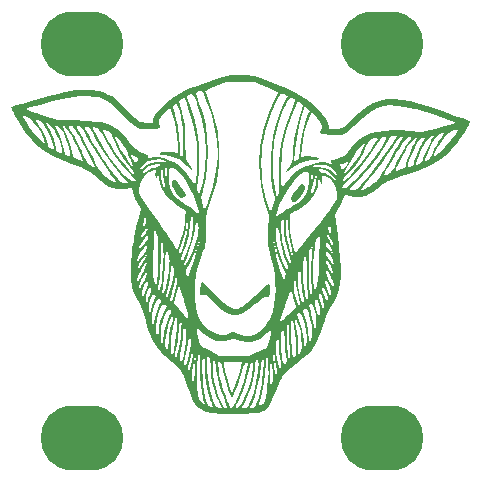
<source format=gbr>
%TF.GenerationSoftware,KiCad,Pcbnew,(6.0.0)*%
%TF.CreationDate,2022-02-17T12:00:39-08:00*%
%TF.ProjectId,LedPracticePanel,4c656450-7261-4637-9469-636550616e65,0*%
%TF.SameCoordinates,Original*%
%TF.FileFunction,Copper,L1,Top*%
%TF.FilePolarity,Positive*%
%FSLAX46Y46*%
G04 Gerber Fmt 4.6, Leading zero omitted, Abs format (unit mm)*
G04 Created by KiCad (PCBNEW (6.0.0)) date 2022-02-17 12:00:39*
%MOMM*%
%LPD*%
G01*
G04 APERTURE LIST*
%TA.AperFunction,ComponentPad*%
%ADD10O,7.000000X5.500000*%
%TD*%
G04 APERTURE END LIST*
%TO.C,G\u002A\u002A\u002A*%
G36*
X38236298Y-27152169D02*
G01*
X38309203Y-27311274D01*
X38283580Y-27544546D01*
X38166522Y-27825883D01*
X37965121Y-28129180D01*
X37697927Y-28417781D01*
X37483179Y-28579636D01*
X37318086Y-28603028D01*
X37185600Y-28515733D01*
X37089898Y-28321741D01*
X37159375Y-28100396D01*
X37303906Y-27933592D01*
X37490846Y-27717248D01*
X37664373Y-27452452D01*
X37686627Y-27410833D01*
X37832572Y-27188726D01*
X37989346Y-27099483D01*
X38057774Y-27093333D01*
X38236298Y-27152169D01*
G37*
G36*
X27361063Y-26789292D02*
G01*
X27531724Y-26939353D01*
X27584104Y-27021174D01*
X27737477Y-27264984D01*
X27930753Y-27524500D01*
X27967429Y-27568651D01*
X28139714Y-27834602D01*
X28179272Y-28054989D01*
X28087570Y-28206668D01*
X27923416Y-28262681D01*
X27772442Y-28253286D01*
X27632706Y-28165934D01*
X27463030Y-27970861D01*
X27396312Y-27881681D01*
X27188448Y-27547809D01*
X27056876Y-27231314D01*
X27015086Y-26972306D01*
X27047605Y-26844827D01*
X27183895Y-26752592D01*
X27361063Y-26789292D01*
G37*
G36*
X27708899Y-42780815D02*
G01*
X27662272Y-42730100D01*
X28386218Y-42730100D01*
X28410284Y-42855882D01*
X28461333Y-42959900D01*
X28514818Y-42941006D01*
X28575215Y-42787885D01*
X28646997Y-42489218D01*
X28734043Y-42037000D01*
X28808795Y-41589913D01*
X28851179Y-41266102D01*
X28862652Y-41073322D01*
X28844668Y-41019329D01*
X28798684Y-41111880D01*
X28726154Y-41358730D01*
X28658617Y-41635048D01*
X28570555Y-42002677D01*
X28491238Y-42310595D01*
X28430974Y-42520052D01*
X28405066Y-42588305D01*
X28386218Y-42730100D01*
X27662272Y-42730100D01*
X27428626Y-42475968D01*
X27257012Y-42319838D01*
X28093488Y-42319838D01*
X28132858Y-42404012D01*
X28200110Y-42448324D01*
X28263660Y-42396313D01*
X28331241Y-42229664D01*
X28410586Y-41930063D01*
X28495703Y-41544631D01*
X28566422Y-41125599D01*
X28605599Y-40713623D01*
X28611814Y-40352156D01*
X28583645Y-40084647D01*
X28546780Y-39982603D01*
X28504817Y-40007178D01*
X28454016Y-40178397D01*
X28400178Y-40474205D01*
X28379741Y-40617603D01*
X28317980Y-41026786D01*
X28244224Y-41437848D01*
X28172563Y-41773495D01*
X28159645Y-41825069D01*
X28094220Y-42131642D01*
X28093488Y-42319838D01*
X27257012Y-42319838D01*
X27058141Y-42138910D01*
X26690144Y-41832330D01*
X27671890Y-41832330D01*
X27702322Y-41970450D01*
X27704697Y-41973500D01*
X27802939Y-42061336D01*
X27882164Y-42039210D01*
X27955569Y-41889353D01*
X28036355Y-41594001D01*
X28058950Y-41496673D01*
X28159189Y-40980509D01*
X28226341Y-40476264D01*
X28258632Y-40017738D01*
X28254289Y-39638730D01*
X28213441Y-39384863D01*
X29125333Y-39384863D01*
X29147936Y-39690004D01*
X29206905Y-40037608D01*
X29288984Y-40371671D01*
X29380916Y-40636190D01*
X29450250Y-40757438D01*
X29586390Y-40863877D01*
X29833798Y-41015803D01*
X30149898Y-41187958D01*
X30321137Y-41274088D01*
X31051275Y-41630966D01*
X32301779Y-41640253D01*
X33552284Y-41649541D01*
X34270075Y-41337790D01*
X34508213Y-41224969D01*
X35563235Y-41224969D01*
X35570474Y-41495753D01*
X35609696Y-41926629D01*
X35647035Y-42250888D01*
X35702829Y-42684046D01*
X35749294Y-42967267D01*
X35792247Y-43119264D01*
X35837505Y-43158756D01*
X35890889Y-43104457D01*
X35904962Y-43080609D01*
X35934177Y-42881287D01*
X35879720Y-42540803D01*
X35856935Y-42448987D01*
X35784586Y-42111820D01*
X35737739Y-41779765D01*
X35728037Y-41617045D01*
X35707649Y-41365828D01*
X35658803Y-41174944D01*
X35644667Y-41148000D01*
X35587968Y-41110358D01*
X35563235Y-41224969D01*
X34508213Y-41224969D01*
X34601530Y-41180759D01*
X34879891Y-41024895D01*
X35062450Y-40895131D01*
X35085622Y-40869846D01*
X35833681Y-40869846D01*
X35860833Y-41350264D01*
X35937298Y-41930914D01*
X35998238Y-42275789D01*
X36057135Y-42546211D01*
X36109172Y-42674138D01*
X36168061Y-42685156D01*
X36202436Y-42656789D01*
X36250920Y-42573988D01*
X36268012Y-42433331D01*
X36253287Y-42201306D01*
X36206323Y-41844401D01*
X36190847Y-41740667D01*
X36135853Y-41331827D01*
X36093651Y-40932098D01*
X36070925Y-40608890D01*
X36242258Y-40608890D01*
X36279948Y-41158909D01*
X36325541Y-41529000D01*
X36386171Y-41934099D01*
X36435585Y-42194038D01*
X36483516Y-42331688D01*
X36539699Y-42369920D01*
X36613867Y-42331606D01*
X36652843Y-42298080D01*
X36726032Y-42213320D01*
X36757715Y-42101473D01*
X36750302Y-41918958D01*
X36706205Y-41622191D01*
X36694181Y-41551064D01*
X36641037Y-41164838D01*
X36595156Y-40698251D01*
X36564993Y-40240268D01*
X36561506Y-40155167D01*
X36547019Y-39791875D01*
X36541066Y-39713370D01*
X36745717Y-39713370D01*
X36749912Y-40115802D01*
X36767209Y-40542646D01*
X36795783Y-40964488D01*
X36833807Y-41351917D01*
X36879457Y-41675519D01*
X36930908Y-41905883D01*
X36986334Y-42013595D01*
X37019989Y-42007878D01*
X37053115Y-41877018D01*
X37054994Y-41586466D01*
X37025696Y-41142944D01*
X37008836Y-40960446D01*
X36969018Y-40498750D01*
X36937259Y-40028233D01*
X36917656Y-39615532D01*
X36914181Y-39447141D01*
X37102192Y-39447141D01*
X37112974Y-39889981D01*
X37134933Y-40364449D01*
X37167131Y-40836283D01*
X37208629Y-41271223D01*
X37220817Y-41373963D01*
X37277692Y-41652643D01*
X37350790Y-41768605D01*
X37428815Y-41726213D01*
X37500474Y-41529830D01*
X37547641Y-41247691D01*
X37563603Y-40829686D01*
X37534833Y-40298709D01*
X37465934Y-39703778D01*
X37361504Y-39093909D01*
X37332344Y-38953900D01*
X37271310Y-38701457D01*
X37222700Y-38594108D01*
X37172865Y-38609635D01*
X37146283Y-38651004D01*
X37117908Y-38793391D01*
X37103524Y-39070191D01*
X37102192Y-39447141D01*
X36914181Y-39447141D01*
X36913370Y-39407850D01*
X36904727Y-39094380D01*
X36879478Y-38940724D01*
X36836024Y-38938028D01*
X36830000Y-38946667D01*
X36783936Y-39099390D01*
X36756450Y-39364762D01*
X36745717Y-39713370D01*
X36541066Y-39713370D01*
X36530478Y-39573739D01*
X36504801Y-39476657D01*
X36462906Y-39476526D01*
X36397714Y-39549242D01*
X36387382Y-39562500D01*
X36296833Y-39783396D01*
X36248172Y-40141289D01*
X36242258Y-40608890D01*
X36070925Y-40608890D01*
X36070826Y-40607484D01*
X36068599Y-40515328D01*
X36065356Y-40270553D01*
X36047072Y-40172093D01*
X35999527Y-40196932D01*
X35930109Y-40291188D01*
X35856540Y-40510031D01*
X35833681Y-40869846D01*
X35085622Y-40869846D01*
X35101710Y-40852291D01*
X35161787Y-40708341D01*
X35241177Y-40452290D01*
X35326042Y-40138096D01*
X35402549Y-39819715D01*
X35456861Y-39551104D01*
X35475333Y-39395212D01*
X35419441Y-39423578D01*
X35272425Y-39543801D01*
X35065270Y-39730423D01*
X35050469Y-39744239D01*
X34769594Y-39980422D01*
X34472421Y-40189501D01*
X34267302Y-40304299D01*
X33839518Y-40428181D01*
X33344341Y-40464845D01*
X32860408Y-40412798D01*
X32601978Y-40335913D01*
X32344381Y-40254209D01*
X32129535Y-40256311D01*
X31948511Y-40305675D01*
X31375505Y-40409135D01*
X30794009Y-40356741D01*
X30234197Y-40157500D01*
X29726244Y-39820418D01*
X29467011Y-39564992D01*
X29280307Y-39358590D01*
X29177587Y-39269030D01*
X29134160Y-39283296D01*
X29125333Y-39384863D01*
X28213441Y-39384863D01*
X28211539Y-39373042D01*
X28174580Y-39292353D01*
X28110033Y-39213095D01*
X28067068Y-39215683D01*
X28036230Y-39324478D01*
X28008063Y-39563843D01*
X27989469Y-39769294D01*
X27940475Y-40188940D01*
X27865750Y-40672735D01*
X27780864Y-41120608D01*
X27774950Y-41148000D01*
X27695698Y-41562890D01*
X27671890Y-41832330D01*
X26690144Y-41832330D01*
X26585333Y-41745012D01*
X26474610Y-41644883D01*
X27320075Y-41644883D01*
X27364130Y-41726420D01*
X27433157Y-41684544D01*
X27480272Y-41573068D01*
X27546243Y-41339836D01*
X27618813Y-41029542D01*
X27638360Y-40936333D01*
X27713381Y-40513719D01*
X27773496Y-40067658D01*
X27816457Y-39631735D01*
X27840015Y-39239534D01*
X27841922Y-38924641D01*
X27821478Y-38735000D01*
X28448000Y-38735000D01*
X28490333Y-38777333D01*
X28532667Y-38735000D01*
X28490333Y-38692667D01*
X28448000Y-38735000D01*
X27821478Y-38735000D01*
X27819930Y-38720639D01*
X27790578Y-38662639D01*
X27749165Y-38659950D01*
X27713155Y-38722258D01*
X27678653Y-38870930D01*
X27641765Y-39127333D01*
X27598596Y-39512833D01*
X27553597Y-39962667D01*
X27503862Y-40368152D01*
X27434166Y-40813113D01*
X27387829Y-41060695D01*
X27327731Y-41419606D01*
X27320075Y-41644883D01*
X26474610Y-41644883D01*
X26122740Y-41326680D01*
X25740534Y-40881366D01*
X25422594Y-40379835D01*
X25365713Y-40256082D01*
X26080289Y-40256082D01*
X26103100Y-40491771D01*
X26140440Y-40590218D01*
X26204869Y-40575274D01*
X26263807Y-40427876D01*
X26471436Y-40427876D01*
X26474799Y-40759379D01*
X26525340Y-40987349D01*
X26585333Y-41063241D01*
X26647397Y-41078338D01*
X26692262Y-41014751D01*
X26703287Y-40961340D01*
X26914746Y-40961340D01*
X26924756Y-41246485D01*
X26967879Y-41414065D01*
X26980444Y-41430222D01*
X27052150Y-41476014D01*
X27111034Y-41438233D01*
X27164699Y-41296088D01*
X27220743Y-41028792D01*
X27286769Y-40615554D01*
X27292572Y-40576500D01*
X27378631Y-39952929D01*
X27442859Y-39399080D01*
X27483895Y-38934375D01*
X27500381Y-38578235D01*
X27490957Y-38350081D01*
X27454263Y-38269334D01*
X27454089Y-38269333D01*
X27370988Y-38348549D01*
X27282824Y-38564967D01*
X27194369Y-38886740D01*
X27110395Y-39282024D01*
X27035673Y-39718971D01*
X26974977Y-40165737D01*
X26933077Y-40590475D01*
X26914746Y-40961340D01*
X26703287Y-40961340D01*
X26727065Y-40846139D01*
X26758941Y-40546159D01*
X26773711Y-40367876D01*
X26823239Y-39918223D01*
X26898220Y-39435929D01*
X26983893Y-39013728D01*
X26999023Y-38952395D01*
X27085245Y-38622048D01*
X27162195Y-38338857D01*
X27215014Y-38157313D01*
X27219898Y-38142333D01*
X27245573Y-38041811D01*
X27201333Y-38063135D01*
X27101601Y-38171421D01*
X26949545Y-38409090D01*
X26808196Y-38747520D01*
X26683631Y-39152663D01*
X26581931Y-39590469D01*
X26509173Y-40026890D01*
X26471436Y-40427876D01*
X26263807Y-40427876D01*
X26263941Y-40427540D01*
X26307150Y-40183482D01*
X26322894Y-39956867D01*
X26373061Y-39579336D01*
X26495208Y-39112242D01*
X26673149Y-38610590D01*
X26815609Y-38282358D01*
X26931220Y-38022473D01*
X26974663Y-37865616D01*
X26952616Y-37764958D01*
X26898715Y-37699763D01*
X26817724Y-37641684D01*
X26743757Y-37671385D01*
X26648756Y-37813206D01*
X26549343Y-38002816D01*
X26396373Y-38349838D01*
X26255978Y-38741577D01*
X26203628Y-38920699D01*
X26144038Y-39222726D01*
X26102474Y-39576203D01*
X26080652Y-39935774D01*
X26080289Y-40256082D01*
X25365713Y-40256082D01*
X25152798Y-39792849D01*
X24940839Y-39167356D01*
X25665405Y-39167356D01*
X25677289Y-39618947D01*
X25759833Y-39934076D01*
X25815281Y-40042947D01*
X25852049Y-40055929D01*
X25879409Y-39951617D01*
X25906631Y-39708604D01*
X25919838Y-39564659D01*
X25968943Y-39186248D01*
X26042225Y-38807754D01*
X26111297Y-38552098D01*
X26239067Y-38223384D01*
X26393771Y-37893475D01*
X26444439Y-37800005D01*
X26640296Y-37457676D01*
X26441223Y-37307515D01*
X26318522Y-37224181D01*
X26238857Y-37228063D01*
X26162232Y-37343465D01*
X26078131Y-37528143D01*
X25870837Y-38084079D01*
X25731591Y-38643108D01*
X25665405Y-39167356D01*
X24940839Y-39167356D01*
X24915023Y-39091174D01*
X24721954Y-38365878D01*
X24673173Y-38197987D01*
X25345324Y-38197987D01*
X25355336Y-38642813D01*
X25359485Y-38670410D01*
X25423191Y-39073667D01*
X25578350Y-38456097D01*
X25688022Y-38078832D01*
X25821812Y-37701043D01*
X25940821Y-37425778D01*
X26056759Y-37186041D01*
X26058419Y-37180603D01*
X27163610Y-37180603D01*
X27621347Y-37661468D01*
X27866325Y-37928763D01*
X28083814Y-38183419D01*
X28230039Y-38373997D01*
X28238521Y-38386728D01*
X28355717Y-38537726D01*
X28414359Y-38539630D01*
X28414664Y-38389694D01*
X28356847Y-38085176D01*
X28285217Y-37791423D01*
X28169602Y-37370592D01*
X28026461Y-36889938D01*
X27933405Y-36598842D01*
X29005964Y-36598842D01*
X29015523Y-37000102D01*
X29038484Y-37311434D01*
X29078660Y-37572492D01*
X29139865Y-37822928D01*
X29191182Y-37993876D01*
X29445446Y-38601336D01*
X29783729Y-39103410D01*
X30188270Y-39488973D01*
X30641305Y-39746894D01*
X31125073Y-39866046D01*
X31621812Y-39835302D01*
X31954078Y-39724836D01*
X32158336Y-39640935D01*
X32307014Y-39622836D01*
X32473761Y-39675143D01*
X32666927Y-39769389D01*
X33160083Y-39934225D01*
X33654454Y-39937906D01*
X33991273Y-39842123D01*
X34364911Y-39620449D01*
X34743202Y-39284308D01*
X34989797Y-38989000D01*
X36068000Y-38989000D01*
X36110333Y-39031333D01*
X36152667Y-38989000D01*
X36110333Y-38946667D01*
X36068000Y-38989000D01*
X34989797Y-38989000D01*
X35080140Y-38880810D01*
X35185823Y-38703968D01*
X36179248Y-38703968D01*
X36196508Y-38748465D01*
X36267564Y-38713746D01*
X36410187Y-38587936D01*
X36572835Y-38427522D01*
X37409864Y-38427522D01*
X37436852Y-38617068D01*
X37478766Y-38798500D01*
X37558484Y-39168076D01*
X37629409Y-39612559D01*
X37686514Y-40083605D01*
X37724775Y-40532867D01*
X37739164Y-40911999D01*
X37725221Y-41169167D01*
X37710165Y-41402216D01*
X37764542Y-41481582D01*
X37889438Y-41408509D01*
X37913733Y-41385067D01*
X37969826Y-41240934D01*
X38003012Y-40972513D01*
X38013105Y-40623316D01*
X37999918Y-40236858D01*
X37963265Y-39856651D01*
X37921363Y-39607001D01*
X37842804Y-39298721D01*
X37738891Y-38978389D01*
X37626023Y-38687369D01*
X37520597Y-38467026D01*
X37439013Y-38358725D01*
X37424643Y-38354000D01*
X37409864Y-38427522D01*
X36572835Y-38427522D01*
X36642150Y-38359159D01*
X36784831Y-38214850D01*
X37642355Y-38214850D01*
X37686784Y-38369040D01*
X37792203Y-38617651D01*
X38062256Y-39425398D01*
X38180692Y-40288715D01*
X38187359Y-40538334D01*
X38192003Y-40833466D01*
X38207664Y-40984500D01*
X38242286Y-41016640D01*
X38303813Y-40955093D01*
X38314359Y-40941318D01*
X38389128Y-40756383D01*
X38429477Y-40435469D01*
X38438667Y-40082403D01*
X38398956Y-39506680D01*
X38289552Y-38927121D01*
X38125048Y-38407684D01*
X37992705Y-38127671D01*
X37896260Y-38003073D01*
X37790785Y-38018188D01*
X37739733Y-38052655D01*
X37661421Y-38124638D01*
X37642355Y-38214850D01*
X36784831Y-38214850D01*
X36827999Y-38171189D01*
X37101993Y-37893116D01*
X38139543Y-37893116D01*
X38185420Y-38070848D01*
X38293189Y-38356936D01*
X38313855Y-38408691D01*
X38472990Y-38894811D01*
X38563167Y-39414163D01*
X38589213Y-39734743D01*
X38622411Y-40117349D01*
X38667482Y-40336289D01*
X38722595Y-40390212D01*
X38785917Y-40277767D01*
X38855616Y-39997601D01*
X38866789Y-39939518D01*
X38895337Y-39531412D01*
X38858022Y-39031158D01*
X38761989Y-38499395D01*
X38650013Y-38099037D01*
X38531678Y-37792830D01*
X38423633Y-37639749D01*
X38310192Y-37625590D01*
X38209541Y-37700173D01*
X38149578Y-37783103D01*
X38139543Y-37893116D01*
X37101993Y-37893116D01*
X37519112Y-37469786D01*
X37495932Y-37382860D01*
X38658922Y-37382860D01*
X38680771Y-37581518D01*
X38771176Y-37902106D01*
X38818296Y-38045561D01*
X38922953Y-38402115D01*
X38998966Y-38746479D01*
X39031111Y-39008658D01*
X39031333Y-39025095D01*
X39053358Y-39259874D01*
X39108012Y-39362483D01*
X39178168Y-39319739D01*
X39231969Y-39179500D01*
X39266577Y-38910098D01*
X39256478Y-38573721D01*
X39209997Y-38209409D01*
X39135458Y-37856198D01*
X39041183Y-37553126D01*
X38935498Y-37339231D01*
X38826726Y-37253551D01*
X38821261Y-37253333D01*
X38705722Y-37281631D01*
X38658922Y-37382860D01*
X37495932Y-37382860D01*
X37394295Y-37001726D01*
X37313787Y-36693008D01*
X37243749Y-36412918D01*
X37214952Y-36290843D01*
X37165580Y-36131708D01*
X37122448Y-36086030D01*
X37121855Y-36086589D01*
X37072732Y-36184259D01*
X36980635Y-36407559D01*
X36858213Y-36722184D01*
X36718114Y-37093827D01*
X36572990Y-37488182D01*
X36435488Y-37870943D01*
X36318259Y-38207804D01*
X36233952Y-38464458D01*
X36198011Y-38592129D01*
X36179248Y-38703968D01*
X35185823Y-38703968D01*
X35316882Y-38484663D01*
X35546066Y-37921584D01*
X35698570Y-37341453D01*
X35781406Y-36702089D01*
X35801586Y-35961308D01*
X35793371Y-35618303D01*
X35791047Y-35569109D01*
X37338591Y-35569109D01*
X37339248Y-35894160D01*
X37406796Y-36313549D01*
X37514874Y-36754306D01*
X37613610Y-37092925D01*
X37690888Y-37286044D01*
X37756934Y-37354505D01*
X37801951Y-37339424D01*
X37851960Y-37254486D01*
X37849322Y-37099499D01*
X37791462Y-36836289D01*
X37760192Y-36720552D01*
X37665424Y-36322612D01*
X37583059Y-35881721D01*
X37549006Y-35641809D01*
X37512151Y-35358444D01*
X37480657Y-35223417D01*
X37445615Y-35216336D01*
X37402308Y-35306000D01*
X37338591Y-35569109D01*
X35791047Y-35569109D01*
X35768866Y-35099486D01*
X35730640Y-34683996D01*
X35668056Y-34305857D01*
X35570478Y-33899092D01*
X35445050Y-33457729D01*
X35307703Y-32972818D01*
X35217517Y-32590815D01*
X35165185Y-32254987D01*
X35141399Y-31908601D01*
X35138522Y-31707667D01*
X35568850Y-31707667D01*
X35586600Y-31914506D01*
X35641063Y-32230559D01*
X35724554Y-32626771D01*
X35829386Y-33074087D01*
X35947872Y-33543453D01*
X36072326Y-34005816D01*
X36195062Y-34432120D01*
X36308393Y-34793313D01*
X36404632Y-35060339D01*
X36476094Y-35204144D01*
X36498294Y-35220918D01*
X36552833Y-35149138D01*
X36564785Y-35119225D01*
X37694565Y-35119225D01*
X37732563Y-35638767D01*
X37821483Y-36207434D01*
X37897283Y-36552150D01*
X37985507Y-36875555D01*
X38058211Y-37049622D01*
X38124047Y-37092611D01*
X38147268Y-37079904D01*
X38157182Y-37061620D01*
X39104295Y-37061620D01*
X39145205Y-37298933D01*
X39248253Y-37634333D01*
X39347487Y-37926754D01*
X39422857Y-38151358D01*
X39459858Y-38264873D01*
X39461124Y-38269333D01*
X39490542Y-38228978D01*
X39548262Y-38074412D01*
X39557126Y-38047305D01*
X39595944Y-37818162D01*
X39564074Y-37540622D01*
X39503784Y-37306472D01*
X39404873Y-37008816D01*
X39317661Y-36862348D01*
X39226287Y-36851181D01*
X39133806Y-36935833D01*
X39104295Y-37061620D01*
X38157182Y-37061620D01*
X38196451Y-36989202D01*
X38195743Y-36815347D01*
X38144286Y-36521870D01*
X38132894Y-36468754D01*
X38078210Y-36153459D01*
X38024494Y-35734410D01*
X37979510Y-35277051D01*
X37959826Y-35009667D01*
X37933647Y-34606261D01*
X37911922Y-34352027D01*
X37889005Y-34227102D01*
X37859250Y-34211627D01*
X37817012Y-34285739D01*
X37779313Y-34374667D01*
X37709484Y-34685596D01*
X37694565Y-35119225D01*
X36564785Y-35119225D01*
X36623675Y-34971839D01*
X36636625Y-34931226D01*
X36681410Y-34703099D01*
X36635796Y-34509080D01*
X36553918Y-34359726D01*
X36269197Y-33808704D01*
X36011775Y-33149334D01*
X35804215Y-32442534D01*
X35741386Y-32165886D01*
X35665723Y-31817223D01*
X35614469Y-31625428D01*
X35583821Y-31580405D01*
X35569977Y-31672055D01*
X35568850Y-31707667D01*
X35138522Y-31707667D01*
X35136667Y-31578063D01*
X35143111Y-31289010D01*
X35820241Y-31289010D01*
X35858128Y-31736829D01*
X35948785Y-32244727D01*
X36086705Y-32781227D01*
X36266384Y-33314850D01*
X36462221Y-33772823D01*
X36617671Y-34081774D01*
X36724045Y-34252568D01*
X36795889Y-34303975D01*
X36842845Y-34264039D01*
X36853014Y-34168691D01*
X38106242Y-34168691D01*
X38120006Y-34593879D01*
X38124864Y-34708549D01*
X38159273Y-35282039D01*
X38208258Y-35794571D01*
X38268170Y-36224361D01*
X38335360Y-36549628D01*
X38406182Y-36748587D01*
X38475141Y-36800203D01*
X38540534Y-36702645D01*
X38536952Y-36650083D01*
X38525609Y-36533223D01*
X38510563Y-36274407D01*
X38493068Y-35900942D01*
X38474382Y-35440134D01*
X38455760Y-34919287D01*
X38451752Y-34798000D01*
X38425849Y-34002059D01*
X38608558Y-34002059D01*
X38614175Y-34739240D01*
X38631152Y-35362275D01*
X38658642Y-35860640D01*
X38695796Y-36223815D01*
X38741767Y-36441277D01*
X38795707Y-36502504D01*
X38808104Y-36494068D01*
X39473964Y-36494068D01*
X39493213Y-36672025D01*
X39572543Y-36935680D01*
X39664547Y-37207293D01*
X39737469Y-37425178D01*
X39764350Y-37507333D01*
X39808287Y-37587648D01*
X39870579Y-37516740D01*
X39881868Y-37496946D01*
X39908411Y-37311117D01*
X39861695Y-36995244D01*
X39830326Y-36865487D01*
X39745329Y-36554445D01*
X39682175Y-36383108D01*
X39624415Y-36326231D01*
X39555602Y-36358572D01*
X39521142Y-36390991D01*
X39473964Y-36494068D01*
X38808104Y-36494068D01*
X38809235Y-36493298D01*
X38855813Y-36353959D01*
X38870355Y-36082373D01*
X38860112Y-35832973D01*
X38832471Y-35261732D01*
X38821633Y-34615818D01*
X38821954Y-34577150D01*
X38978853Y-34577150D01*
X38987756Y-35017366D01*
X39006788Y-35411528D01*
X39034885Y-35730252D01*
X39070984Y-35944156D01*
X39114022Y-36023858D01*
X39123008Y-36021335D01*
X39128563Y-36012808D01*
X39772943Y-36012808D01*
X39858632Y-36333447D01*
X39881143Y-36394440D01*
X39975972Y-36676491D01*
X40037415Y-36921337D01*
X40050026Y-37021408D01*
X40059826Y-37153019D01*
X40108251Y-37134187D01*
X40175203Y-37049144D01*
X40257590Y-36816861D01*
X40246964Y-36668144D01*
X40182228Y-36456447D01*
X40078692Y-36180398D01*
X40031873Y-36068000D01*
X39926896Y-35848895D01*
X39854666Y-35770975D01*
X39795716Y-35814342D01*
X39791229Y-35822032D01*
X39772943Y-36012808D01*
X39128563Y-36012808D01*
X39188291Y-35921131D01*
X39277956Y-35711822D01*
X39340426Y-35535196D01*
X39394811Y-35329307D01*
X39413919Y-35209952D01*
X39979539Y-35209952D01*
X39996745Y-35391964D01*
X40073179Y-35660161D01*
X40167162Y-35897872D01*
X40282518Y-36172024D01*
X40362300Y-36394281D01*
X40387296Y-36501920D01*
X40406032Y-36568490D01*
X40471813Y-36491333D01*
X40515597Y-36320901D01*
X40502418Y-36110333D01*
X40432669Y-35888633D01*
X40312240Y-35601187D01*
X40230278Y-35433000D01*
X40105585Y-35203788D01*
X40033404Y-35111384D01*
X39994897Y-35139029D01*
X39979539Y-35209952D01*
X39413919Y-35209952D01*
X39436200Y-35070779D01*
X39466644Y-34733470D01*
X39482336Y-34411505D01*
X40062981Y-34411505D01*
X40094350Y-34666071D01*
X40237664Y-35036021D01*
X40357697Y-35277093D01*
X40529848Y-35576647D01*
X40651123Y-35732727D01*
X40714041Y-35744000D01*
X40711120Y-35609131D01*
X40634881Y-35326789D01*
X40634781Y-35326482D01*
X40533764Y-35062446D01*
X40391625Y-34745553D01*
X40312559Y-34586333D01*
X40187975Y-34351855D01*
X40119119Y-34253369D01*
X40084786Y-34276023D01*
X40063771Y-34404962D01*
X40062981Y-34411505D01*
X39482336Y-34411505D01*
X39488198Y-34291237D01*
X39502914Y-33717938D01*
X39506261Y-33508621D01*
X40039624Y-33508621D01*
X40047257Y-33615423D01*
X40113628Y-33806494D01*
X40234023Y-34058975D01*
X40347059Y-34258575D01*
X40510169Y-34545802D01*
X40640265Y-34805181D01*
X40704697Y-34967333D01*
X40748722Y-35107061D01*
X40774054Y-35090352D01*
X40790270Y-35000634D01*
X40771866Y-34830362D01*
X40695884Y-34571143D01*
X40604716Y-34340152D01*
X40459900Y-34040619D01*
X40309673Y-33772976D01*
X40219417Y-33639266D01*
X40095441Y-33508948D01*
X40039624Y-33508621D01*
X39506261Y-33508621D01*
X39507974Y-33401475D01*
X39517737Y-32871101D01*
X40050378Y-32871101D01*
X40105113Y-33090788D01*
X40255415Y-33367830D01*
X40337423Y-33483240D01*
X40512681Y-33731232D01*
X40647828Y-33955431D01*
X40694145Y-34055473D01*
X40745800Y-34190140D01*
X40771855Y-34167968D01*
X40789754Y-34066241D01*
X40772006Y-33882789D01*
X40693556Y-33629999D01*
X40644584Y-33515908D01*
X40488871Y-33227865D01*
X40312329Y-32958281D01*
X40261929Y-32893000D01*
X40053423Y-32639000D01*
X40050378Y-32871101D01*
X39517737Y-32871101D01*
X39517762Y-32869721D01*
X39531265Y-32384716D01*
X39542670Y-32093993D01*
X40050026Y-32093993D01*
X40095250Y-32364860D01*
X40260452Y-32598822D01*
X40295181Y-32633106D01*
X40488892Y-32859085D01*
X40637275Y-33100155D01*
X40650157Y-33129187D01*
X40729227Y-33274740D01*
X40785294Y-33298551D01*
X40790749Y-33287420D01*
X40773268Y-33165111D01*
X40695345Y-32940499D01*
X40573793Y-32661964D01*
X40572386Y-32659012D01*
X40423668Y-32363170D01*
X40282640Y-32109205D01*
X40186639Y-31961667D01*
X40097996Y-31861461D01*
X40060154Y-31882890D01*
X40050508Y-32047850D01*
X40050026Y-32093993D01*
X39542670Y-32093993D01*
X39547292Y-31976189D01*
X39564652Y-31673871D01*
X39582153Y-31507492D01*
X39584259Y-31497862D01*
X39623731Y-31340592D01*
X40132000Y-31340592D01*
X40168116Y-31483083D01*
X40260241Y-31697055D01*
X40384035Y-31938393D01*
X40515162Y-32162981D01*
X40629284Y-32326701D01*
X40702062Y-32385438D01*
X40707135Y-32383128D01*
X40693624Y-32300473D01*
X40632448Y-32108686D01*
X40571055Y-31940211D01*
X40450739Y-31655305D01*
X40325752Y-31407079D01*
X40271086Y-31318229D01*
X40132000Y-31119655D01*
X40132000Y-31340592D01*
X39623731Y-31340592D01*
X39637155Y-31287106D01*
X39455469Y-31518083D01*
X39333171Y-31699044D01*
X39238925Y-31909839D01*
X39164932Y-32182176D01*
X39103393Y-32547764D01*
X39046508Y-33038311D01*
X39023556Y-33274000D01*
X38995689Y-33676084D01*
X38981143Y-34120262D01*
X38978853Y-34577150D01*
X38821954Y-34577150D01*
X38827109Y-33956390D01*
X38848405Y-33344609D01*
X38884106Y-32850667D01*
X38948546Y-32215667D01*
X38778831Y-32469667D01*
X38712504Y-32585446D01*
X38665890Y-32721761D01*
X38635589Y-32909213D01*
X38618198Y-33178403D01*
X38610319Y-33559934D01*
X38608558Y-34002059D01*
X38425849Y-34002059D01*
X38395267Y-33062333D01*
X38236987Y-33353883D01*
X38170446Y-33497004D01*
X38128469Y-33656409D01*
X38108065Y-33868253D01*
X38106242Y-34168691D01*
X36853014Y-34168691D01*
X36862259Y-34082012D01*
X36758755Y-33807412D01*
X36757778Y-33805491D01*
X36524379Y-33239262D01*
X36328917Y-32545540D01*
X36181763Y-31763907D01*
X36140292Y-31448838D01*
X36091472Y-31053385D01*
X36051369Y-30804083D01*
X36013511Y-30678435D01*
X35971427Y-30653942D01*
X35924789Y-30699518D01*
X35840626Y-30932747D01*
X35820241Y-31289010D01*
X35143111Y-31289010D01*
X35145920Y-31163021D01*
X35170671Y-30760833D01*
X35197894Y-30512916D01*
X36244871Y-30512916D01*
X36255079Y-30805693D01*
X36270362Y-31042037D01*
X36315787Y-31477950D01*
X36389469Y-31937152D01*
X36484207Y-32395305D01*
X36592801Y-32828068D01*
X36708052Y-33211103D01*
X36822759Y-33520070D01*
X36929723Y-33730631D01*
X37021743Y-33818446D01*
X37080882Y-33782000D01*
X37090703Y-33628581D01*
X37033435Y-33341312D01*
X36913049Y-32940042D01*
X36911478Y-32935333D01*
X36759598Y-32404595D01*
X36634809Y-31821755D01*
X36545719Y-31241354D01*
X36500938Y-30717932D01*
X36504330Y-30356199D01*
X36506919Y-30313493D01*
X36687256Y-30313493D01*
X36687466Y-30732951D01*
X36729073Y-31232072D01*
X36806441Y-31770224D01*
X36913932Y-32306770D01*
X37045908Y-32801077D01*
X37168698Y-33147000D01*
X37252303Y-33312630D01*
X37300832Y-33335665D01*
X37313742Y-33239284D01*
X37290493Y-33046664D01*
X37230542Y-32780986D01*
X37181237Y-32610539D01*
X36928401Y-31533531D01*
X36824720Y-30427245D01*
X36823362Y-30353000D01*
X36816359Y-30057389D01*
X36802359Y-29913616D01*
X36776754Y-29904202D01*
X36734938Y-30011667D01*
X36734082Y-30014333D01*
X36687256Y-30313493D01*
X36506919Y-30313493D01*
X36517979Y-30131016D01*
X36500000Y-30046485D01*
X36434735Y-30074681D01*
X36375292Y-30126073D01*
X36300573Y-30211558D01*
X36258567Y-30327688D01*
X36244871Y-30512916D01*
X35197894Y-30512916D01*
X35206400Y-30435448D01*
X35224691Y-30331891D01*
X35259222Y-30133880D01*
X35263786Y-29951646D01*
X35255990Y-29901034D01*
X35807335Y-29901034D01*
X36115099Y-29666291D01*
X36128677Y-29656926D01*
X36999333Y-29656926D01*
X36999973Y-30258963D01*
X37014912Y-30630925D01*
X37055102Y-31055263D01*
X37114668Y-31500396D01*
X37187735Y-31934742D01*
X37268429Y-32326721D01*
X37350874Y-32644751D01*
X37429197Y-32857251D01*
X37497323Y-32932652D01*
X37566469Y-32866250D01*
X37701331Y-32693192D01*
X37874890Y-32448505D01*
X37905503Y-32403485D01*
X38097019Y-32140351D01*
X38368820Y-31793546D01*
X38687332Y-31404738D01*
X38930295Y-31119655D01*
X39018981Y-31015594D01*
X39080172Y-30945667D01*
X39148386Y-30866537D01*
X40260206Y-30866537D01*
X40331000Y-31081750D01*
X40353939Y-31118795D01*
X40479857Y-31287752D01*
X40538637Y-31302075D01*
X40535049Y-31160437D01*
X40519727Y-31072667D01*
X40464989Y-30795311D01*
X40413949Y-30543500D01*
X40357232Y-30268333D01*
X40287484Y-30589628D01*
X40260206Y-30866537D01*
X39148386Y-30866537D01*
X39638824Y-30297613D01*
X40087124Y-29748172D01*
X40438162Y-29280042D01*
X40705030Y-28875924D01*
X40870344Y-28579965D01*
X40989916Y-28325442D01*
X41038226Y-28132625D01*
X41025242Y-27920288D01*
X40979438Y-27690965D01*
X40968665Y-27648480D01*
X42926000Y-27648480D01*
X42989669Y-27680948D01*
X43156263Y-27634098D01*
X43389161Y-27524535D01*
X43651742Y-27368863D01*
X43847859Y-27230514D01*
X44095097Y-27040143D01*
X44296055Y-26883047D01*
X44402674Y-26797000D01*
X44479140Y-26696482D01*
X44622091Y-26477933D01*
X44702509Y-26348553D01*
X44958000Y-26348553D01*
X45026216Y-26353085D01*
X45199067Y-26296912D01*
X45306141Y-26251853D01*
X45475725Y-26163626D01*
X45609860Y-26051365D01*
X45696877Y-25932807D01*
X45980644Y-25932807D01*
X46001251Y-25992667D01*
X46090014Y-25967778D01*
X46286139Y-25904307D01*
X46424584Y-25857708D01*
X46698197Y-25735259D01*
X46817476Y-25609811D01*
X46820087Y-25593341D01*
X46990000Y-25593341D01*
X47058990Y-25619989D01*
X47213242Y-25614549D01*
X47373674Y-25585748D01*
X47461208Y-25542314D01*
X47461704Y-25541284D01*
X47481555Y-25480981D01*
X47677555Y-25480981D01*
X47947611Y-25371742D01*
X48142294Y-25254791D01*
X48229326Y-25121755D01*
X48478324Y-25121755D01*
X48561855Y-25117216D01*
X48715366Y-25050621D01*
X48889462Y-24899697D01*
X48965335Y-24761703D01*
X49191333Y-24761703D01*
X49245657Y-24770069D01*
X49394205Y-24672929D01*
X49615341Y-24488271D01*
X49887426Y-24234078D01*
X50169854Y-23948286D01*
X50653681Y-23398193D01*
X51064951Y-22846344D01*
X51250754Y-22551401D01*
X51240707Y-22502630D01*
X51107548Y-22510722D01*
X50905329Y-22556657D01*
X50668318Y-22635557D01*
X50471826Y-22757618D01*
X50266425Y-22959821D01*
X50096744Y-23161589D01*
X49905569Y-23421487D01*
X49700331Y-23738136D01*
X49503689Y-24071490D01*
X49338304Y-24381503D01*
X49226835Y-24628129D01*
X49191333Y-24761703D01*
X48965335Y-24761703D01*
X49052831Y-24602568D01*
X49110598Y-24458153D01*
X49253609Y-24139657D01*
X49457635Y-23762577D01*
X49681143Y-23403081D01*
X49704916Y-23368199D01*
X49898704Y-23080903D01*
X50002798Y-22904252D01*
X50027362Y-22812134D01*
X49982559Y-22778437D01*
X49935662Y-22775333D01*
X49734785Y-22850845D01*
X49498723Y-23058763D01*
X49246766Y-23371164D01*
X48998205Y-23760124D01*
X48772331Y-24197718D01*
X48588435Y-24656022D01*
X48546514Y-24786167D01*
X48479272Y-25020898D01*
X48478324Y-25121755D01*
X48229326Y-25121755D01*
X48267999Y-25062639D01*
X48329584Y-24886752D01*
X48584664Y-24179444D01*
X48930079Y-23500819D01*
X48997444Y-23386949D01*
X49141028Y-23142715D01*
X49201092Y-23013595D01*
X49183734Y-22971024D01*
X49095047Y-22986439D01*
X49082111Y-22990180D01*
X48858348Y-23127050D01*
X48610582Y-23396951D01*
X48357980Y-23769176D01*
X48119708Y-24213017D01*
X47914933Y-24697768D01*
X47803680Y-25038324D01*
X47677555Y-25480981D01*
X47481555Y-25480981D01*
X47488462Y-25460001D01*
X47554818Y-25254151D01*
X47648943Y-24960504D01*
X47702105Y-24794175D01*
X47846460Y-24397326D01*
X48019482Y-24001896D01*
X48188826Y-23680343D01*
X48225060Y-23622619D01*
X48375740Y-23390828D01*
X48480273Y-23224298D01*
X48514000Y-23163607D01*
X48441444Y-23159784D01*
X48273094Y-23178685D01*
X48120382Y-23231212D01*
X47975934Y-23361077D01*
X47808510Y-23600349D01*
X47721832Y-23744588D01*
X47575464Y-24022856D01*
X47415909Y-24370398D01*
X47260391Y-24743705D01*
X47126133Y-25099269D01*
X47030356Y-25393582D01*
X46990286Y-25583136D01*
X46990000Y-25593341D01*
X46820087Y-25593341D01*
X46821799Y-25582541D01*
X46856905Y-25385122D01*
X46948695Y-25080155D01*
X47079998Y-24712470D01*
X47233640Y-24326896D01*
X47392451Y-23968265D01*
X47539257Y-23681406D01*
X47569759Y-23629902D01*
X47731174Y-23363142D01*
X47810996Y-23208938D01*
X47817822Y-23136531D01*
X47760249Y-23115161D01*
X47713944Y-23114000D01*
X47609624Y-23178878D01*
X47443723Y-23350799D01*
X47248262Y-23595694D01*
X47204177Y-23656395D01*
X46974669Y-23996806D01*
X46740843Y-24375955D01*
X46516235Y-24767556D01*
X46314377Y-25145327D01*
X46148804Y-25482982D01*
X46033048Y-25754236D01*
X45980644Y-25932807D01*
X45696877Y-25932807D01*
X45735645Y-25879987D01*
X45880181Y-25614408D01*
X46018378Y-25329804D01*
X46233213Y-24905374D01*
X46484279Y-24450600D01*
X46726603Y-24045999D01*
X46792059Y-23944644D01*
X46985203Y-23652377D01*
X47146746Y-23407229D01*
X47250611Y-23248797D01*
X47269363Y-23219833D01*
X47270220Y-23141326D01*
X47124268Y-23115026D01*
X47100040Y-23114895D01*
X47015789Y-23125582D01*
X46931087Y-23168880D01*
X46832555Y-23262644D01*
X46706816Y-23424733D01*
X46540490Y-23673003D01*
X46320198Y-24025310D01*
X46032562Y-24499511D01*
X45910500Y-24702587D01*
X45632144Y-25168901D01*
X45385867Y-25586440D01*
X45184259Y-25933443D01*
X45039915Y-26188150D01*
X44965426Y-26328801D01*
X44958000Y-26348553D01*
X44702509Y-26348553D01*
X44813465Y-26170041D01*
X45035204Y-25801495D01*
X45122210Y-25654000D01*
X45394088Y-25193163D01*
X45683343Y-24707152D01*
X45956523Y-24251934D01*
X46180174Y-23883480D01*
X46192181Y-23863897D01*
X46375124Y-23553335D01*
X46511531Y-23297478D01*
X46584809Y-23129000D01*
X46589842Y-23080730D01*
X46481946Y-23026897D01*
X46351633Y-23075903D01*
X46185882Y-23240425D01*
X45971671Y-23533140D01*
X45720000Y-23927536D01*
X45280105Y-24609122D01*
X44778978Y-25328600D01*
X44253899Y-26035345D01*
X43742150Y-26678731D01*
X43401933Y-27075367D01*
X43185162Y-27322343D01*
X43020094Y-27518979D01*
X42933115Y-27633503D01*
X42926000Y-27648480D01*
X40968665Y-27648480D01*
X40946214Y-27559938D01*
X42066160Y-27559938D01*
X42171419Y-27588733D01*
X42368853Y-27601312D01*
X42377496Y-27601333D01*
X42553282Y-27574269D01*
X42730150Y-27475432D01*
X42949123Y-27278352D01*
X43066422Y-27156833D01*
X43727429Y-26403073D01*
X44412764Y-25523560D01*
X45095876Y-24554048D01*
X45707209Y-23600833D01*
X46056841Y-23029333D01*
X45778292Y-23029333D01*
X45604752Y-23046670D01*
X45484004Y-23124922D01*
X45369834Y-23303451D01*
X45306119Y-23431500D01*
X44929895Y-24111147D01*
X44437077Y-24842782D01*
X43855145Y-25589416D01*
X43211578Y-26314063D01*
X43009478Y-26522772D01*
X42684502Y-26856155D01*
X42409765Y-27147145D01*
X42204040Y-27375100D01*
X42086102Y-27519379D01*
X42066160Y-27559938D01*
X40946214Y-27559938D01*
X40895141Y-27358517D01*
X41402000Y-27358517D01*
X41474819Y-27412814D01*
X41624034Y-27432000D01*
X41741066Y-27402696D01*
X41900940Y-27305284D01*
X42121018Y-27125509D01*
X42418660Y-26849120D01*
X42811228Y-26461864D01*
X42835817Y-26437167D01*
X43579076Y-25633017D01*
X44238077Y-24805029D01*
X44786609Y-23987965D01*
X45083074Y-23456468D01*
X45281385Y-23065119D01*
X45013859Y-23097716D01*
X44868046Y-23133359D01*
X44742641Y-23220751D01*
X44607412Y-23391303D01*
X44432131Y-23676423D01*
X44394811Y-23740916D01*
X43730312Y-24755470D01*
X42914668Y-25758824D01*
X42214250Y-26490684D01*
X41915109Y-26788426D01*
X41665602Y-27046659D01*
X41488187Y-27241387D01*
X41405324Y-27348615D01*
X41402000Y-27358517D01*
X40895141Y-27358517D01*
X40877128Y-27287480D01*
X40761749Y-27005555D01*
X40680953Y-26898629D01*
X41490143Y-26898629D01*
X41543307Y-26892801D01*
X41684930Y-26775677D01*
X41896932Y-26567575D01*
X42161231Y-26288814D01*
X42459746Y-25959715D01*
X42774396Y-25600596D01*
X43087100Y-25231776D01*
X43379776Y-24873574D01*
X43634344Y-24546311D01*
X43832721Y-24270304D01*
X43844145Y-24253264D01*
X44071620Y-23906618D01*
X44260136Y-23609140D01*
X44391863Y-23389725D01*
X44448971Y-23277264D01*
X44450000Y-23271470D01*
X44381039Y-23205883D01*
X44193658Y-23220844D01*
X43918114Y-23313609D01*
X43738561Y-23420509D01*
X43609190Y-23591744D01*
X43491794Y-23878253D01*
X43489443Y-23885109D01*
X43266857Y-24398317D01*
X42949456Y-24950759D01*
X42577571Y-25479643D01*
X42191533Y-25922179D01*
X42162933Y-25950333D01*
X41860410Y-26270962D01*
X41635653Y-26563080D01*
X41509613Y-26797155D01*
X41490143Y-26898629D01*
X40680953Y-26898629D01*
X40604994Y-26798105D01*
X40378559Y-26618044D01*
X40305924Y-26570633D01*
X40003367Y-26396540D01*
X39815946Y-26336153D01*
X39733650Y-26389109D01*
X39745242Y-26550200D01*
X39765961Y-26790560D01*
X39741405Y-26952367D01*
X39697735Y-27055497D01*
X39654875Y-27030336D01*
X39589432Y-26860436D01*
X39582773Y-26840844D01*
X39482909Y-26546021D01*
X39430983Y-26984458D01*
X39363765Y-27346409D01*
X39239539Y-27677821D01*
X39034151Y-28031627D01*
X38808417Y-28348726D01*
X38563644Y-28643361D01*
X38294059Y-28891117D01*
X37955532Y-29126920D01*
X37503935Y-29385699D01*
X37486167Y-29395264D01*
X36999333Y-29656926D01*
X36128677Y-29656926D01*
X36323079Y-29522842D01*
X36630349Y-29329287D01*
X36987373Y-29116300D01*
X37197931Y-28995833D01*
X37717708Y-28667779D01*
X38098994Y-28331034D01*
X38360096Y-27953058D01*
X38375090Y-27910516D01*
X38809647Y-27910516D01*
X38811640Y-28019035D01*
X38820062Y-28024667D01*
X38877474Y-27956366D01*
X38979855Y-27782836D01*
X39040861Y-27667323D01*
X39141458Y-27407022D01*
X39218451Y-27090823D01*
X39266357Y-26765574D01*
X39279692Y-26478118D01*
X39252974Y-26275301D01*
X39211328Y-26210922D01*
X39144568Y-26235683D01*
X39116969Y-26420240D01*
X39116000Y-26485025D01*
X39085631Y-26798309D01*
X39011566Y-27117742D01*
X39002090Y-27146188D01*
X38914323Y-27428478D01*
X38847025Y-27698459D01*
X38809647Y-27910516D01*
X38375090Y-27910516D01*
X38519316Y-27501311D01*
X38594960Y-26943251D01*
X38605845Y-26564167D01*
X38783284Y-26564167D01*
X38799230Y-26848209D01*
X38832686Y-26976106D01*
X38873504Y-26958773D01*
X38911537Y-26807123D01*
X38936639Y-26532072D01*
X38940716Y-26394833D01*
X38928213Y-26160459D01*
X38889723Y-26015505D01*
X38862000Y-25992667D01*
X38818430Y-26070954D01*
X38790570Y-26280962D01*
X38783284Y-26564167D01*
X38605845Y-26564167D01*
X38608000Y-26489110D01*
X38597864Y-26199225D01*
X38550907Y-26043051D01*
X38442302Y-26012700D01*
X38247223Y-26100282D01*
X37961813Y-26283767D01*
X37565166Y-26619971D01*
X37159672Y-27086192D01*
X36767909Y-27646059D01*
X36412457Y-28263196D01*
X36115896Y-28901231D01*
X35900804Y-29523790D01*
X35865138Y-29661350D01*
X35807335Y-29901034D01*
X35255990Y-29901034D01*
X35231528Y-29742228D01*
X35155594Y-29462661D01*
X35029127Y-29069982D01*
X35018008Y-29036557D01*
X34740089Y-28085969D01*
X34557535Y-27166307D01*
X34459845Y-26211215D01*
X34435700Y-25357667D01*
X34436104Y-25350345D01*
X34606907Y-25350345D01*
X34621026Y-26113264D01*
X34673550Y-26812004D01*
X34746934Y-27305000D01*
X34824732Y-27661726D01*
X34923114Y-28058016D01*
X35032234Y-28460445D01*
X35142247Y-28835586D01*
X35243306Y-29150014D01*
X35325565Y-29370302D01*
X35379179Y-29463024D01*
X35382883Y-29464000D01*
X35434295Y-29390654D01*
X35519550Y-29198962D01*
X35613798Y-28948129D01*
X35710940Y-28647752D01*
X35749050Y-28431159D01*
X35733400Y-28225485D01*
X35681974Y-28005614D01*
X35540984Y-27304884D01*
X35449710Y-26490223D01*
X35408940Y-25609809D01*
X35411574Y-25384960D01*
X35560340Y-25384960D01*
X35574237Y-25845991D01*
X35611869Y-26369536D01*
X35667613Y-26906887D01*
X35735849Y-27409336D01*
X35810956Y-27828177D01*
X35869131Y-28060474D01*
X35912701Y-28163028D01*
X35966178Y-28131264D01*
X36033128Y-28018141D01*
X36080956Y-27884497D01*
X36108257Y-27676508D01*
X36116290Y-27367033D01*
X36106316Y-26928933D01*
X36095727Y-26670000D01*
X36101279Y-26123185D01*
X36246559Y-26123185D01*
X36251917Y-26638448D01*
X36277257Y-26969408D01*
X36314537Y-27245605D01*
X36346651Y-27376979D01*
X36389415Y-27386737D01*
X36458648Y-27298085D01*
X36479773Y-27266524D01*
X36600807Y-27102914D01*
X36794834Y-26859311D01*
X37023673Y-26583446D01*
X37066467Y-26533047D01*
X37371245Y-26191667D01*
X37629131Y-25952825D01*
X37741375Y-25878769D01*
X39408837Y-25878769D01*
X39450816Y-25945693D01*
X39588101Y-26043520D01*
X39821101Y-26152752D01*
X39952878Y-26201082D01*
X40265740Y-26338291D01*
X40565269Y-26521097D01*
X40644862Y-26583281D01*
X40851682Y-26756480D01*
X40945360Y-26817186D01*
X40940007Y-26764624D01*
X40849732Y-26598015D01*
X40835287Y-26572802D01*
X40618369Y-26309455D01*
X40310202Y-26071762D01*
X39970785Y-25897323D01*
X39660114Y-25823738D01*
X39639390Y-25823333D01*
X39453816Y-25834162D01*
X39408837Y-25878769D01*
X37741375Y-25878769D01*
X37890449Y-25780414D01*
X38205518Y-25638321D01*
X38289363Y-25607733D01*
X38990728Y-25607733D01*
X39072981Y-25640957D01*
X39290131Y-25654487D01*
X39416566Y-25655859D01*
X39959539Y-25719035D01*
X40418940Y-25896642D01*
X40767281Y-26177171D01*
X40820507Y-26243672D01*
X40963582Y-26401906D01*
X41038919Y-26423299D01*
X41035254Y-26330644D01*
X40941325Y-26146737D01*
X40936020Y-26138917D01*
X41633526Y-26138917D01*
X41702521Y-26124411D01*
X41865626Y-25989722D01*
X42106067Y-25746584D01*
X42398049Y-25403625D01*
X42684178Y-25013611D01*
X42943412Y-24611492D01*
X43154711Y-24232216D01*
X43297031Y-23910734D01*
X43349333Y-23681995D01*
X43349333Y-23681568D01*
X43305681Y-23651713D01*
X43189059Y-23735868D01*
X43020963Y-23907512D01*
X42822893Y-24140123D01*
X42616346Y-24407179D01*
X42422822Y-24682158D01*
X42263818Y-24938539D01*
X42162277Y-25146000D01*
X42043242Y-25400215D01*
X41876587Y-25692695D01*
X41806011Y-25802167D01*
X41665678Y-26031936D01*
X41633526Y-26138917D01*
X40936020Y-26138917D01*
X40899129Y-26084536D01*
X40548266Y-25729130D01*
X40105890Y-25514487D01*
X39609635Y-25444982D01*
X39310253Y-25461709D01*
X39090091Y-25508902D01*
X39018825Y-25548167D01*
X38990728Y-25607733D01*
X38289363Y-25607733D01*
X38424828Y-25558313D01*
X38947139Y-25386447D01*
X39351303Y-25282181D01*
X39673349Y-25243093D01*
X39949307Y-25266758D01*
X40215206Y-25350754D01*
X40380239Y-25426769D01*
X40549601Y-25506041D01*
X40599452Y-25501851D01*
X40591435Y-25482904D01*
X41245614Y-25482904D01*
X41312553Y-25651699D01*
X41335641Y-25702703D01*
X41438615Y-25928706D01*
X41674307Y-25646385D01*
X41819942Y-25449559D01*
X41902773Y-25294233D01*
X41910000Y-25260052D01*
X41871060Y-25205282D01*
X41734286Y-25248835D01*
X41677167Y-25277499D01*
X41478284Y-25364635D01*
X41338500Y-25399478D01*
X41254126Y-25413368D01*
X41245614Y-25482904D01*
X40591435Y-25482904D01*
X40560291Y-25409299D01*
X40554659Y-25398740D01*
X40480898Y-25211538D01*
X40528501Y-25101907D01*
X40719011Y-25034431D01*
X40784228Y-25021354D01*
X41195118Y-24900701D01*
X41565961Y-24688444D01*
X41932403Y-24359925D01*
X42222381Y-24026631D01*
X42713661Y-23491202D01*
X43212857Y-23084535D01*
X43699724Y-22822287D01*
X43842321Y-22773539D01*
X44367905Y-22660523D01*
X45022563Y-22585447D01*
X45769838Y-22550565D01*
X46573274Y-22558133D01*
X46990000Y-22578878D01*
X48217667Y-22656995D01*
X49635833Y-22319203D01*
X50098890Y-22205633D01*
X50498610Y-22101346D01*
X50808337Y-22013808D01*
X51001415Y-21950487D01*
X51054000Y-21921945D01*
X50977518Y-21869935D01*
X50765963Y-21777569D01*
X50446171Y-21654085D01*
X50044977Y-21508719D01*
X49589218Y-21350708D01*
X49105728Y-21189288D01*
X48621344Y-21033697D01*
X48162901Y-20893170D01*
X47757236Y-20776944D01*
X47625000Y-20741719D01*
X46798968Y-20553201D01*
X46091341Y-20451743D01*
X45475019Y-20437787D01*
X44922905Y-20511777D01*
X44407899Y-20674154D01*
X44135698Y-20798740D01*
X43908332Y-20940987D01*
X43598204Y-21172528D01*
X43242924Y-21463561D01*
X42880104Y-21784283D01*
X42810608Y-21848747D01*
X42425004Y-22207021D01*
X42134213Y-22467023D01*
X41910816Y-22647672D01*
X41727400Y-22767888D01*
X41556548Y-22846590D01*
X41370845Y-22902700D01*
X41237960Y-22934051D01*
X40995214Y-22960567D01*
X40673022Y-22959565D01*
X40321516Y-22935803D01*
X39990831Y-22894041D01*
X39731100Y-22839036D01*
X39594951Y-22778096D01*
X39587067Y-22667786D01*
X39664637Y-22493784D01*
X39673411Y-22480079D01*
X39767149Y-22315316D01*
X39771871Y-22186041D01*
X39688022Y-22006131D01*
X39675972Y-21984195D01*
X39534436Y-21766190D01*
X39332859Y-21499711D01*
X39203440Y-21344671D01*
X38878191Y-20972341D01*
X38699222Y-21323151D01*
X38533393Y-21721193D01*
X38372984Y-22236323D01*
X38230586Y-22816451D01*
X38118792Y-23409482D01*
X38050195Y-23963324D01*
X38045173Y-24028783D01*
X37989691Y-24816567D01*
X38406826Y-24761232D01*
X38684743Y-24748629D01*
X38984462Y-24771649D01*
X39258469Y-24821571D01*
X39459249Y-24889677D01*
X39539290Y-24967248D01*
X39539333Y-24969051D01*
X39461501Y-25006914D01*
X39255121Y-25044039D01*
X38960874Y-25073625D01*
X38883167Y-25078761D01*
X38349317Y-25146507D01*
X37887597Y-25295086D01*
X37441670Y-25547983D01*
X37062833Y-25837531D01*
X36819314Y-26026037D01*
X36692437Y-26092501D01*
X36684457Y-26039741D01*
X36797632Y-25870572D01*
X36945008Y-25690406D01*
X37067910Y-25539597D01*
X37151550Y-25402696D01*
X37206253Y-25240534D01*
X37215607Y-25181807D01*
X37399845Y-25181807D01*
X37601756Y-25048062D01*
X37697199Y-24969331D01*
X37761767Y-24859942D01*
X37805536Y-24683087D01*
X37838580Y-24401960D01*
X37862842Y-24094215D01*
X37945663Y-23379237D01*
X38085862Y-22645666D01*
X38269364Y-21954920D01*
X38482100Y-21368420D01*
X38493172Y-21343113D01*
X38695779Y-20884559D01*
X38315907Y-20480205D01*
X38078931Y-21183269D01*
X37805235Y-22143269D01*
X37596413Y-23184161D01*
X37468404Y-24224727D01*
X37459748Y-24338403D01*
X37399845Y-25181807D01*
X37215607Y-25181807D01*
X37242343Y-25013940D01*
X37270143Y-24683747D01*
X37289337Y-24384000D01*
X37400825Y-23291450D01*
X37593644Y-22234384D01*
X37857092Y-21268791D01*
X37920301Y-21083125D01*
X38162272Y-20399342D01*
X37719000Y-20049564D01*
X37445935Y-20629282D01*
X37187491Y-21239686D01*
X36933338Y-21949524D01*
X36705428Y-22689817D01*
X36525714Y-23391590D01*
X36453064Y-23749000D01*
X36372479Y-24293671D01*
X36309456Y-24902874D01*
X36266610Y-25528686D01*
X36246559Y-26123185D01*
X36101279Y-26123185D01*
X36110676Y-25197704D01*
X36285446Y-23747000D01*
X36616653Y-22337257D01*
X37079532Y-21038315D01*
X37261874Y-20604700D01*
X37384562Y-20301318D01*
X37452067Y-20101681D01*
X37468862Y-19979300D01*
X37439419Y-19907688D01*
X37368211Y-19860355D01*
X37284814Y-19822460D01*
X37151181Y-19777410D01*
X37037735Y-19791328D01*
X36928419Y-19884041D01*
X36807176Y-20075378D01*
X36657951Y-20385166D01*
X36464687Y-20833232D01*
X36462949Y-20837358D01*
X36008280Y-22133502D01*
X35709773Y-23485873D01*
X35570726Y-24877852D01*
X35560340Y-25384960D01*
X35411574Y-25384960D01*
X35419461Y-24711821D01*
X35482061Y-23844437D01*
X35597527Y-23055837D01*
X35600781Y-23039159D01*
X35773077Y-22312640D01*
X36005579Y-21548783D01*
X36275009Y-20817155D01*
X36548910Y-20205489D01*
X36684027Y-19928103D01*
X36778461Y-19716914D01*
X36815433Y-19609941D01*
X36814267Y-19604225D01*
X36724070Y-19565589D01*
X36539746Y-19499593D01*
X36517836Y-19492167D01*
X36248005Y-19401195D01*
X35870160Y-20135764D01*
X35328509Y-21361665D01*
X34917294Y-22671538D01*
X34789290Y-23225048D01*
X34691608Y-23851383D01*
X34630624Y-24578100D01*
X34606907Y-25350345D01*
X34436104Y-25350345D01*
X34513636Y-23945078D01*
X34751075Y-22587886D01*
X35147689Y-21287480D01*
X35685703Y-20078714D01*
X35844561Y-19768126D01*
X35966283Y-19521320D01*
X36034840Y-19371307D01*
X36043734Y-19341454D01*
X35963996Y-19304526D01*
X35758794Y-19212642D01*
X35457691Y-19078964D01*
X35090252Y-18916655D01*
X35023796Y-18887372D01*
X34021925Y-18446082D01*
X32822463Y-18434227D01*
X31623000Y-18422371D01*
X30734000Y-18773082D01*
X30336230Y-18940039D01*
X30046661Y-19082595D01*
X29885400Y-19190139D01*
X29858726Y-19235063D01*
X29895859Y-19358851D01*
X29983731Y-19596684D01*
X30106615Y-19906863D01*
X30172397Y-20066749D01*
X30628371Y-21378465D01*
X30920776Y-22723126D01*
X31049566Y-24089690D01*
X31014692Y-25467117D01*
X30816106Y-26844367D01*
X30453761Y-28210398D01*
X30210454Y-28887570D01*
X30103769Y-29167272D01*
X30028822Y-29397624D01*
X29979926Y-29618933D01*
X29951389Y-29871504D01*
X29937524Y-30195643D01*
X29932639Y-30631657D01*
X29931889Y-30861000D01*
X29929425Y-31353147D01*
X29920422Y-31719238D01*
X29898280Y-32002549D01*
X29856398Y-32246358D01*
X29788175Y-32493941D01*
X29687011Y-32788575D01*
X29602598Y-33020000D01*
X29402069Y-33571209D01*
X29253078Y-34003692D01*
X29147822Y-34357319D01*
X29078497Y-34671957D01*
X29037299Y-34987475D01*
X29016425Y-35343743D01*
X29008071Y-35780630D01*
X29005996Y-36068000D01*
X29005964Y-36598842D01*
X27933405Y-36598842D01*
X27885505Y-36449004D01*
X27876794Y-36423105D01*
X27639315Y-35719877D01*
X27401463Y-36450240D01*
X27163610Y-37180603D01*
X26058419Y-37180603D01*
X26099457Y-37046126D01*
X26073170Y-36955299D01*
X25995414Y-36875741D01*
X26877433Y-36875741D01*
X26887749Y-37011520D01*
X26938358Y-37033124D01*
X27024939Y-36920074D01*
X27088672Y-36787667D01*
X27189441Y-36521704D01*
X27302600Y-36174931D01*
X27385903Y-35886623D01*
X27469684Y-35515778D01*
X27487332Y-35252751D01*
X27454292Y-35082290D01*
X27406791Y-34959469D01*
X27370355Y-34942514D01*
X27330775Y-35050833D01*
X27273843Y-35303829D01*
X27266430Y-35338868D01*
X27176045Y-35715963D01*
X27061000Y-36130743D01*
X26994967Y-36343580D01*
X26911732Y-36646268D01*
X26877433Y-36875741D01*
X25995414Y-36875741D01*
X25987618Y-36867764D01*
X25889766Y-36792674D01*
X25818535Y-36804698D01*
X25741648Y-36928770D01*
X25654555Y-37125037D01*
X25442864Y-37703584D01*
X25345324Y-38197987D01*
X24673173Y-38197987D01*
X24572383Y-37851097D01*
X24437119Y-37503284D01*
X25083717Y-37503284D01*
X25111003Y-37701404D01*
X25174350Y-38057667D01*
X25245028Y-37732901D01*
X25325639Y-37459635D01*
X25449268Y-37137790D01*
X25514181Y-36993420D01*
X25624695Y-36750027D01*
X25662610Y-36607206D01*
X25652865Y-36576868D01*
X26548603Y-36576868D01*
X26572676Y-36715995D01*
X26650013Y-36711421D01*
X26674676Y-36689210D01*
X26724440Y-36581496D01*
X26802317Y-36347938D01*
X26896076Y-36027151D01*
X26961064Y-35785065D01*
X27103565Y-35168491D01*
X27174552Y-34683948D01*
X27174936Y-34569912D01*
X28218699Y-34569912D01*
X28232900Y-34677618D01*
X28272187Y-34901824D01*
X28306557Y-35035530D01*
X28317301Y-35052000D01*
X28354316Y-34976711D01*
X28439788Y-34767641D01*
X28563864Y-34449983D01*
X28716687Y-34048934D01*
X28872028Y-33633833D01*
X29110422Y-32967527D01*
X29279749Y-32436522D01*
X29384947Y-32023814D01*
X29430952Y-31712398D01*
X29431265Y-31707667D01*
X29464034Y-31199667D01*
X29330298Y-31791595D01*
X29151683Y-32419422D01*
X28906839Y-33052682D01*
X28623664Y-33624583D01*
X28442673Y-33916742D01*
X28286846Y-34164703D01*
X28219056Y-34357515D01*
X28218699Y-34569912D01*
X27174936Y-34569912D01*
X27175807Y-34310820D01*
X27125212Y-34092400D01*
X28026313Y-34092400D01*
X28060870Y-34120667D01*
X28119402Y-34054009D01*
X28238731Y-33878924D01*
X28393466Y-33632739D01*
X28399525Y-33622776D01*
X28837683Y-32744085D01*
X29138852Y-31785417D01*
X29217312Y-31391958D01*
X29270100Y-31040819D01*
X29285178Y-30803661D01*
X29261616Y-30629177D01*
X29200619Y-30470547D01*
X29074153Y-30203511D01*
X28973283Y-30961126D01*
X28763960Y-32009491D01*
X28414481Y-33010379D01*
X28271209Y-33328438D01*
X28119550Y-33679128D01*
X28035945Y-33941215D01*
X28026313Y-34092400D01*
X27125212Y-34092400D01*
X27112147Y-34036000D01*
X27054505Y-33905037D01*
X27020993Y-33909244D01*
X26989042Y-34063039D01*
X26979609Y-34120667D01*
X26939251Y-34390564D01*
X26894736Y-34718720D01*
X26879360Y-34840333D01*
X26831625Y-35137174D01*
X26755308Y-35517823D01*
X26666431Y-35902731D01*
X26661233Y-35923491D01*
X26578040Y-36308036D01*
X26548603Y-36576868D01*
X25652865Y-36576868D01*
X25633014Y-36515069D01*
X25569663Y-36449298D01*
X25472618Y-36382135D01*
X25400299Y-36417953D01*
X25315520Y-36582012D01*
X25291239Y-36638445D01*
X25154306Y-36989594D01*
X25088742Y-37256580D01*
X25083717Y-37503284D01*
X24437119Y-37503284D01*
X24391263Y-37385371D01*
X24245302Y-37100979D01*
X24100368Y-36851167D01*
X24806914Y-36851167D01*
X24833787Y-37020147D01*
X24892000Y-37084000D01*
X24966566Y-37015192D01*
X24976667Y-36953627D01*
X25013418Y-36801587D01*
X25105728Y-36574635D01*
X25150177Y-36483145D01*
X25229442Y-36270706D01*
X26226909Y-36270706D01*
X26249949Y-36410448D01*
X26305482Y-36395662D01*
X26388158Y-36222113D01*
X26492629Y-35885569D01*
X26533142Y-35729333D01*
X26602939Y-35399076D01*
X26676545Y-34969574D01*
X26742593Y-34510236D01*
X26770481Y-34279927D01*
X26813311Y-33867950D01*
X26831374Y-33578189D01*
X26823412Y-33387016D01*
X27827431Y-33387016D01*
X27827829Y-33493781D01*
X27876120Y-33568885D01*
X27938678Y-33548017D01*
X28027338Y-33414522D01*
X28153937Y-33151744D01*
X28284713Y-32850837D01*
X28460905Y-32381381D01*
X28610794Y-31876810D01*
X28729720Y-31367088D01*
X28813025Y-30882180D01*
X28856051Y-30452051D01*
X28854137Y-30106665D01*
X28802626Y-29875986D01*
X28757001Y-29813180D01*
X28699526Y-29794480D01*
X28657607Y-29866654D01*
X28624842Y-30054335D01*
X28594829Y-30382156D01*
X28589150Y-30458980D01*
X28451297Y-31425406D01*
X28187827Y-32379016D01*
X27986917Y-32890757D01*
X27883167Y-33163096D01*
X27827431Y-33387016D01*
X26823412Y-33387016D01*
X26822497Y-33365037D01*
X26784506Y-33182891D01*
X26717645Y-32993007D01*
X27617373Y-32993007D01*
X27646232Y-33018168D01*
X27670042Y-33020000D01*
X27743873Y-32946974D01*
X27846973Y-32757050D01*
X27940181Y-32534415D01*
X28162850Y-31875221D01*
X28305812Y-31278373D01*
X28385277Y-30666669D01*
X28407166Y-30310667D01*
X28417944Y-29985045D01*
X28415047Y-29806405D01*
X28397086Y-29778618D01*
X28362677Y-29905552D01*
X28310432Y-30191076D01*
X28238966Y-30639060D01*
X28201804Y-30883775D01*
X28120510Y-31297846D01*
X28001630Y-31758695D01*
X27889673Y-32111441D01*
X27750404Y-32502891D01*
X27662942Y-32762328D01*
X27620771Y-32916714D01*
X27617373Y-32993007D01*
X26717645Y-32993007D01*
X26715229Y-32986146D01*
X26707948Y-32967593D01*
X26545085Y-32554333D01*
X26481302Y-33681906D01*
X26446431Y-34187930D01*
X26399692Y-34714166D01*
X26347403Y-35195801D01*
X26299704Y-35544573D01*
X26241711Y-35980670D01*
X26226909Y-36270706D01*
X25229442Y-36270706D01*
X25244769Y-36229628D01*
X25271494Y-36003468D01*
X25262805Y-35971719D01*
X25876978Y-35971719D01*
X25881943Y-36004500D01*
X25954271Y-36070288D01*
X26020782Y-35992964D01*
X26084899Y-35764093D01*
X26150045Y-35375236D01*
X26156756Y-35327167D01*
X26222792Y-34768237D01*
X26271936Y-34190345D01*
X26303504Y-33623792D01*
X26316813Y-33098881D01*
X26311179Y-32645916D01*
X26285920Y-32295197D01*
X26240353Y-32077029D01*
X26230522Y-32055273D01*
X26183671Y-31978228D01*
X26150043Y-31967375D01*
X26127182Y-32042342D01*
X26112633Y-32222760D01*
X26103940Y-32528257D01*
X26098650Y-32978463D01*
X26097553Y-33118452D01*
X26085489Y-33649422D01*
X26059194Y-34194750D01*
X26022257Y-34697809D01*
X25978270Y-35101970D01*
X25966899Y-35179000D01*
X25917231Y-35521761D01*
X25885845Y-35799727D01*
X25876978Y-35971719D01*
X25262805Y-35971719D01*
X25229873Y-35851391D01*
X25157020Y-35814000D01*
X25089730Y-35888109D01*
X25003823Y-36075976D01*
X24916746Y-36325912D01*
X24845948Y-36586228D01*
X24808877Y-36805232D01*
X24806914Y-36851167D01*
X24100368Y-36851167D01*
X24011695Y-36698327D01*
X23901927Y-36477595D01*
X24508609Y-36477595D01*
X24515172Y-36504210D01*
X24578351Y-36703000D01*
X24658626Y-36491333D01*
X24743152Y-36282286D01*
X24859449Y-36010338D01*
X24903133Y-35911360D01*
X24986784Y-35671356D01*
X25021678Y-35462231D01*
X25010735Y-35316969D01*
X24956875Y-35268555D01*
X24863019Y-35349974D01*
X24854512Y-35362141D01*
X24706517Y-35634122D01*
X24587622Y-35950785D01*
X24515696Y-36251990D01*
X24508609Y-36477595D01*
X23901927Y-36477595D01*
X23839955Y-36352977D01*
X23720801Y-36025485D01*
X23671843Y-35800168D01*
X24256338Y-35800168D01*
X24262182Y-35914992D01*
X24305139Y-36015282D01*
X24351253Y-35995860D01*
X24423248Y-35839007D01*
X24451362Y-35767472D01*
X24575473Y-35491432D01*
X24713758Y-35242723D01*
X24736603Y-35208263D01*
X24848889Y-34968450D01*
X24889307Y-34742596D01*
X24880921Y-34579343D01*
X24839964Y-34568701D01*
X24752662Y-34671000D01*
X24581197Y-34932040D01*
X24427773Y-35241607D01*
X24312714Y-35548164D01*
X24256338Y-35800168D01*
X23671843Y-35800168D01*
X23644951Y-35676403D01*
X23603123Y-35266285D01*
X23600738Y-35195010D01*
X24109235Y-35195010D01*
X24119217Y-35299743D01*
X24135910Y-35306000D01*
X24213240Y-35244265D01*
X24214667Y-35229841D01*
X24259149Y-35125053D01*
X24375241Y-34926675D01*
X24522445Y-34700675D01*
X24664585Y-34459052D01*
X24777301Y-34209230D01*
X24782674Y-34192973D01*
X25408623Y-34192973D01*
X25412282Y-34504327D01*
X25431675Y-34747685D01*
X25468274Y-34956699D01*
X25523548Y-35165023D01*
X25527720Y-35179000D01*
X25680067Y-35687000D01*
X25767467Y-35348333D01*
X25794216Y-35161664D01*
X25818194Y-34837087D01*
X25838021Y-34406020D01*
X25852322Y-33899883D01*
X25859719Y-33350096D01*
X25860267Y-33231667D01*
X25861293Y-32637209D01*
X25858769Y-32186992D01*
X25850439Y-31855927D01*
X25834048Y-31618926D01*
X25807338Y-31450901D01*
X25768056Y-31326764D01*
X25713944Y-31221426D01*
X25673759Y-31157333D01*
X25481851Y-30861000D01*
X25495866Y-31326667D01*
X25496609Y-31570815D01*
X25489579Y-31943451D01*
X25475911Y-32403965D01*
X25456740Y-32911745D01*
X25442627Y-33231667D01*
X25419228Y-33779971D01*
X25408623Y-34192973D01*
X24782674Y-34192973D01*
X24851593Y-33984425D01*
X24878461Y-33817857D01*
X24848905Y-33742742D01*
X24773181Y-33775210D01*
X24654512Y-33918309D01*
X24518205Y-34148889D01*
X24379892Y-34429398D01*
X24255204Y-34722288D01*
X24159774Y-34990008D01*
X24109235Y-35195010D01*
X23600738Y-35195010D01*
X23586035Y-34755686D01*
X23584813Y-34494023D01*
X24048647Y-34494023D01*
X24065662Y-34574943D01*
X24118102Y-34509790D01*
X24175748Y-34385872D01*
X24297827Y-34153756D01*
X24476337Y-33868340D01*
X24595768Y-33697195D01*
X24756790Y-33453589D01*
X24864378Y-33244373D01*
X24892000Y-33143701D01*
X24881520Y-33044740D01*
X24821845Y-33061303D01*
X24722759Y-33146916D01*
X24581972Y-33320726D01*
X24418395Y-33588639D01*
X24258533Y-33897693D01*
X24128889Y-34194922D01*
X24055967Y-34427362D01*
X24048647Y-34494023D01*
X23584813Y-34494023D01*
X23583860Y-34290000D01*
X23594295Y-33676905D01*
X23594863Y-33666851D01*
X24045650Y-33666851D01*
X24072485Y-33724797D01*
X24156406Y-33633794D01*
X24223415Y-33528000D01*
X24408393Y-33259224D01*
X24623200Y-32998421D01*
X24644780Y-32975339D01*
X24819297Y-32733503D01*
X24934712Y-32468327D01*
X24944878Y-32425006D01*
X25001059Y-32131000D01*
X24785067Y-32328864D01*
X24623567Y-32517821D01*
X24441719Y-32790872D01*
X24267338Y-33097691D01*
X24128233Y-33387953D01*
X24052217Y-33611332D01*
X24045650Y-33666851D01*
X23594863Y-33666851D01*
X23626896Y-33099443D01*
X23657054Y-32808333D01*
X24130000Y-32808333D01*
X24172333Y-32850667D01*
X24214667Y-32808333D01*
X24172333Y-32766000D01*
X24130000Y-32808333D01*
X23657054Y-32808333D01*
X23678673Y-32599653D01*
X24245405Y-32599653D01*
X24303886Y-32577832D01*
X24446228Y-32437380D01*
X24563716Y-32307966D01*
X24766579Y-32066778D01*
X24925222Y-31853291D01*
X24997997Y-31728647D01*
X25029676Y-31547351D01*
X24973808Y-31456508D01*
X24854368Y-31492322D01*
X24845964Y-31499073D01*
X24716489Y-31651699D01*
X24555928Y-31899578D01*
X24399490Y-32182147D01*
X24282390Y-32438844D01*
X24257024Y-32512000D01*
X24245405Y-32599653D01*
X23678673Y-32599653D01*
X23686640Y-32522746D01*
X23778508Y-31911942D01*
X23833349Y-31622881D01*
X24393672Y-31622881D01*
X24434751Y-31648640D01*
X24569457Y-31539271D01*
X24680333Y-31422482D01*
X24850049Y-31209601D01*
X24957270Y-31026991D01*
X24976667Y-30956571D01*
X24943058Y-30831478D01*
X24849832Y-30853182D01*
X24708382Y-31014759D01*
X24599236Y-31185938D01*
X24447930Y-31466984D01*
X24393672Y-31622881D01*
X23833349Y-31622881D01*
X23907477Y-31232165D01*
X24008466Y-30769511D01*
X24562632Y-30769511D01*
X24583181Y-30825263D01*
X24656782Y-30752424D01*
X24758679Y-30604764D01*
X24854258Y-30363162D01*
X24839009Y-30075597D01*
X24779184Y-29760333D01*
X24669846Y-30226000D01*
X24592424Y-30573609D01*
X24562632Y-30769511D01*
X24008466Y-30769511D01*
X24078527Y-30448544D01*
X24216576Y-29858848D01*
X24374944Y-29195363D01*
X24082961Y-28644982D01*
X23927706Y-28321202D01*
X23803975Y-28006474D01*
X23739784Y-27774446D01*
X23736754Y-27755499D01*
X24254603Y-27755499D01*
X24256005Y-27761525D01*
X24365144Y-28043443D01*
X24581541Y-28442253D01*
X24899371Y-28948812D01*
X25312803Y-29553976D01*
X25816010Y-30248602D01*
X25988816Y-30480000D01*
X26316507Y-30921861D01*
X26625999Y-31350061D01*
X26895741Y-31733957D01*
X27104179Y-32042906D01*
X27224818Y-32237352D01*
X27474333Y-32682370D01*
X27628596Y-32322018D01*
X27723660Y-32060366D01*
X27831211Y-31704729D01*
X27929696Y-31326998D01*
X27939712Y-31284333D01*
X28026457Y-30860620D01*
X28102898Y-30401771D01*
X28152337Y-30008473D01*
X28208111Y-29409946D01*
X27521557Y-28959211D01*
X26915624Y-28480908D01*
X26442206Y-27934823D01*
X26112990Y-27337945D01*
X25939667Y-26707263D01*
X25932045Y-26648842D01*
X25899051Y-26408046D01*
X25869066Y-26316652D01*
X25831188Y-26355302D01*
X25804222Y-26421800D01*
X25740732Y-26557656D01*
X25685505Y-26545523D01*
X25648048Y-26486206D01*
X25616089Y-26269122D01*
X25618802Y-26258597D01*
X26088944Y-26258597D01*
X26110945Y-26586538D01*
X26173670Y-26928825D01*
X26273240Y-27236560D01*
X26297689Y-27290604D01*
X26406728Y-27483935D01*
X26469520Y-27521205D01*
X26484981Y-27409550D01*
X26452028Y-27156108D01*
X26374118Y-26787226D01*
X26307134Y-26452918D01*
X26268482Y-26157448D01*
X26266369Y-26004904D01*
X26439699Y-26004904D01*
X26443484Y-26227824D01*
X26463208Y-26446539D01*
X26493843Y-26608876D01*
X26530364Y-26662664D01*
X26536609Y-26657485D01*
X26557394Y-26564238D01*
X26586691Y-26350861D01*
X26599223Y-26237207D01*
X26771043Y-26237207D01*
X26775641Y-26593252D01*
X26807844Y-26969143D01*
X26866432Y-27328294D01*
X26950184Y-27634120D01*
X27005550Y-27764423D01*
X27100970Y-27937074D01*
X27207444Y-28083440D01*
X27351918Y-28227321D01*
X27561336Y-28392511D01*
X27862643Y-28602809D01*
X28236333Y-28851419D01*
X28568689Y-29077405D01*
X28861374Y-29289087D01*
X29076206Y-29458158D01*
X29160092Y-29536301D01*
X29284362Y-29657628D01*
X29351634Y-29689254D01*
X29342791Y-29600460D01*
X29294367Y-29386960D01*
X29215326Y-29086275D01*
X29164423Y-28905568D01*
X28880478Y-28090049D01*
X28516768Y-27312666D01*
X28102562Y-26635029D01*
X28053381Y-26566780D01*
X27845919Y-26323288D01*
X27590088Y-26077580D01*
X27325933Y-25862343D01*
X27093500Y-25710262D01*
X26935099Y-25654000D01*
X26849551Y-25730996D01*
X26795273Y-25937593D01*
X26771043Y-26237207D01*
X26599223Y-26237207D01*
X26614518Y-26098500D01*
X26628825Y-25806591D01*
X26609738Y-25623748D01*
X26566535Y-25565780D01*
X26508498Y-25648495D01*
X26456879Y-25829952D01*
X26439699Y-26004904D01*
X26266369Y-26004904D01*
X26265753Y-25960459D01*
X26267520Y-25949648D01*
X26282882Y-25807099D01*
X26232475Y-25803416D01*
X26182646Y-25841332D01*
X26111551Y-25993896D01*
X26088944Y-26258597D01*
X25618802Y-26258597D01*
X25655915Y-26114630D01*
X25711317Y-25943255D01*
X25719869Y-25861503D01*
X25633365Y-25871938D01*
X25445375Y-25925850D01*
X25368230Y-25951580D01*
X25105250Y-26080345D01*
X24842862Y-26269396D01*
X24623632Y-26480436D01*
X24490130Y-26675165D01*
X24468667Y-26760935D01*
X24437150Y-26928092D01*
X24359050Y-27163425D01*
X24335506Y-27222018D01*
X24255644Y-27508698D01*
X24254603Y-27755499D01*
X23736754Y-27755499D01*
X23688589Y-27454290D01*
X22949005Y-27496459D01*
X22449983Y-27508322D01*
X22062575Y-27465971D01*
X21732780Y-27350481D01*
X21406595Y-27142927D01*
X21030020Y-26824383D01*
X21029223Y-26823661D01*
X20697163Y-26532321D01*
X20392129Y-26291976D01*
X20081834Y-26084366D01*
X19733990Y-25891229D01*
X19316308Y-25694302D01*
X18796501Y-25475323D01*
X18286604Y-25272453D01*
X17567799Y-24981895D01*
X16984382Y-24723853D01*
X16509237Y-24483233D01*
X16115250Y-24244940D01*
X15775305Y-23993880D01*
X15462288Y-23714960D01*
X15426918Y-23680539D01*
X15170081Y-23402676D01*
X14889143Y-23055327D01*
X14598365Y-22661476D01*
X14312008Y-22244108D01*
X14044331Y-21826209D01*
X13809595Y-21430764D01*
X13767638Y-21352458D01*
X14433319Y-21352458D01*
X14444220Y-21453358D01*
X14547905Y-21654012D01*
X14723980Y-21928220D01*
X14952051Y-22249782D01*
X15211723Y-22592499D01*
X15482601Y-22930171D01*
X15744290Y-23236599D01*
X15976397Y-23485583D01*
X16158526Y-23650924D01*
X16265910Y-23706667D01*
X16279930Y-23636062D01*
X16237729Y-23454201D01*
X16179287Y-23283765D01*
X15923250Y-22709897D01*
X15625226Y-22208526D01*
X15304565Y-21805176D01*
X15085271Y-21615767D01*
X15441648Y-21615767D01*
X15798337Y-22147684D01*
X16004785Y-22487590D01*
X16199308Y-22863629D01*
X16361761Y-23230515D01*
X16471995Y-23542959D01*
X16510000Y-23747375D01*
X16574601Y-23873998D01*
X16722911Y-24016304D01*
X16886690Y-24115242D01*
X16952172Y-24130000D01*
X17007183Y-24059999D01*
X17016214Y-23981833D01*
X16976597Y-23757594D01*
X16874659Y-23434118D01*
X16730048Y-23060340D01*
X16562410Y-22685197D01*
X16391392Y-22357623D01*
X16313042Y-22230401D01*
X16102400Y-21960305D01*
X16407677Y-21960305D01*
X16442956Y-22072913D01*
X16556569Y-22258548D01*
X16709728Y-22537473D01*
X16868038Y-22902281D01*
X17012369Y-23298748D01*
X17123590Y-23672649D01*
X17182571Y-23969761D01*
X17187333Y-24046388D01*
X17231379Y-24244916D01*
X17393860Y-24360214D01*
X17420167Y-24370260D01*
X17638934Y-24442130D01*
X17735541Y-24431100D01*
X17745228Y-24316714D01*
X17724637Y-24193500D01*
X17611116Y-23736049D01*
X17447054Y-23275176D01*
X17248531Y-22839829D01*
X17031629Y-22458955D01*
X16828027Y-22182667D01*
X17114587Y-22182667D01*
X17320565Y-22551201D01*
X17550622Y-23034947D01*
X17749452Y-23584834D01*
X17886452Y-24112743D01*
X17910268Y-24249280D01*
X17972078Y-24510891D01*
X18084963Y-24648149D01*
X18292491Y-24705873D01*
X18360922Y-24712845D01*
X18431546Y-24677789D01*
X18437863Y-24532663D01*
X18418235Y-24405167D01*
X18317408Y-23995101D01*
X18161042Y-23516897D01*
X17975627Y-23042749D01*
X17787653Y-22644850D01*
X17743223Y-22565509D01*
X17572232Y-22316655D01*
X17478866Y-22246167D01*
X17798535Y-22246167D01*
X18085868Y-22847497D01*
X18323331Y-23429430D01*
X18499585Y-23959011D01*
X18603288Y-24403283D01*
X18626667Y-24652832D01*
X18662865Y-24797878D01*
X18797496Y-24908239D01*
X18986500Y-24990257D01*
X19261081Y-25089514D01*
X19408698Y-25121767D01*
X19460039Y-25081819D01*
X19445789Y-24964473D01*
X19433598Y-24914542D01*
X19337797Y-24623052D01*
X19185168Y-24261780D01*
X18991854Y-23859369D01*
X18773998Y-23444461D01*
X18547744Y-23045701D01*
X18329235Y-22691733D01*
X18134614Y-22411198D01*
X17980024Y-22232742D01*
X17943479Y-22211486D01*
X18288000Y-22211486D01*
X18328749Y-22291602D01*
X18438360Y-22483667D01*
X18597876Y-22754849D01*
X18710282Y-22942918D01*
X18938324Y-23354910D01*
X19179053Y-23842220D01*
X19391129Y-24319681D01*
X19451116Y-24469169D01*
X19600353Y-24844773D01*
X19717184Y-25097798D01*
X19826438Y-25265031D01*
X19952944Y-25383259D01*
X20121530Y-25489269D01*
X20150667Y-25505656D01*
X20371639Y-25628118D01*
X20522430Y-25709836D01*
X20559654Y-25728585D01*
X20530903Y-25660265D01*
X20434670Y-25463520D01*
X20281891Y-25160010D01*
X20083500Y-24771393D01*
X19850433Y-24319327D01*
X19763233Y-24151167D01*
X19454388Y-23557253D01*
X19212524Y-23096706D01*
X19026670Y-22752568D01*
X18885857Y-22507881D01*
X18779117Y-22345686D01*
X18695481Y-22249025D01*
X18648785Y-22217623D01*
X18965333Y-22217623D01*
X19003180Y-22300315D01*
X19107757Y-22506250D01*
X19265623Y-22809520D01*
X19463334Y-23184219D01*
X19604268Y-23448979D01*
X19853321Y-23919545D01*
X20102164Y-24397085D01*
X20326948Y-24835346D01*
X20503825Y-25188079D01*
X20552428Y-25287810D01*
X20804854Y-25727842D01*
X21116196Y-26142066D01*
X21458609Y-26503507D01*
X21804249Y-26785190D01*
X22125270Y-26960141D01*
X22324854Y-27004848D01*
X22314854Y-26943627D01*
X22216727Y-26773415D01*
X22046285Y-26518901D01*
X21819342Y-26204774D01*
X21771476Y-26140833D01*
X20729373Y-24633906D01*
X19781035Y-23003701D01*
X19761693Y-22967370D01*
X19560495Y-22601917D01*
X19410351Y-22366277D01*
X19371635Y-22323538D01*
X19642667Y-22323538D01*
X19684565Y-22432636D01*
X19799548Y-22657885D01*
X19971548Y-22971472D01*
X20184497Y-23345585D01*
X20422328Y-23752410D01*
X20668972Y-24164134D01*
X20908362Y-24552946D01*
X21124431Y-24891031D01*
X21136833Y-24909901D01*
X21419060Y-25325591D01*
X21734789Y-25770407D01*
X22036062Y-26177556D01*
X22185498Y-26370401D01*
X22429197Y-26669787D01*
X22603968Y-26858100D01*
X22741447Y-26960502D01*
X22873275Y-27002155D01*
X22988019Y-27008667D01*
X23183587Y-26996389D01*
X23280918Y-26966216D01*
X23283333Y-26960000D01*
X23229857Y-26881240D01*
X23085103Y-26705773D01*
X22872584Y-26461380D01*
X22670334Y-26235741D01*
X21768017Y-25142943D01*
X21010413Y-24016191D01*
X20554306Y-23178729D01*
X20360870Y-22791176D01*
X20219516Y-22531949D01*
X20111304Y-22375655D01*
X20023914Y-22302443D01*
X20344314Y-22302443D01*
X20363861Y-22388303D01*
X20455918Y-22590295D01*
X20604636Y-22880098D01*
X20794170Y-23229389D01*
X21008671Y-23609846D01*
X21232294Y-23993147D01*
X21449192Y-24350971D01*
X21643517Y-24654995D01*
X21737799Y-24792924D01*
X22064101Y-25229270D01*
X22411565Y-25652407D01*
X22760356Y-26042264D01*
X23090639Y-26378771D01*
X23382579Y-26641855D01*
X23616341Y-26811447D01*
X23772089Y-26867475D01*
X23785837Y-26865303D01*
X23925618Y-26812454D01*
X23960667Y-26778963D01*
X23906198Y-26704985D01*
X23757944Y-26533741D01*
X23538630Y-26290843D01*
X23274512Y-26005671D01*
X22757162Y-25407192D01*
X22237377Y-24723307D01*
X21752979Y-24008360D01*
X21341790Y-23316697D01*
X21164195Y-22973439D01*
X21004726Y-22661033D01*
X20886848Y-22481088D01*
X21178689Y-22481088D01*
X21192013Y-22576979D01*
X21280034Y-22786176D01*
X21426885Y-23078904D01*
X21616698Y-23425388D01*
X21833606Y-23795854D01*
X22061741Y-24160528D01*
X22125108Y-24257000D01*
X22333445Y-24554175D01*
X22587632Y-24892299D01*
X22866024Y-25245439D01*
X23146973Y-25587664D01*
X23408836Y-25893041D01*
X23629966Y-26135638D01*
X23788717Y-26289522D01*
X23856555Y-26331333D01*
X23858972Y-26262894D01*
X23846017Y-26211295D01*
X24490350Y-26211295D01*
X24517046Y-26231371D01*
X24642773Y-26154259D01*
X24798298Y-26041666D01*
X25056979Y-25894494D01*
X25375083Y-25769437D01*
X25487887Y-25737894D01*
X25748530Y-25657019D01*
X25944928Y-25563301D01*
X25998840Y-25519561D01*
X26037671Y-25440184D01*
X25957219Y-25405963D01*
X25796879Y-25400000D01*
X25340609Y-25472156D01*
X24933606Y-25671950D01*
X24620788Y-25974367D01*
X24542580Y-26098500D01*
X24490350Y-26211295D01*
X23846017Y-26211295D01*
X23828327Y-26140833D01*
X23738220Y-25970075D01*
X23696986Y-25913563D01*
X24305169Y-25913563D01*
X24360385Y-25924169D01*
X24518155Y-25809883D01*
X24616833Y-25718557D01*
X24850339Y-25519188D01*
X25081570Y-25364290D01*
X25172678Y-25320374D01*
X25378220Y-25273912D01*
X25685602Y-25239125D01*
X26019345Y-25223790D01*
X26328140Y-25218463D01*
X26488252Y-25206514D01*
X26520330Y-25180763D01*
X26445023Y-25134033D01*
X26373667Y-25100609D01*
X25944312Y-24991406D01*
X25481796Y-25019648D01*
X25033010Y-25173563D01*
X24644844Y-25441381D01*
X24528664Y-25563781D01*
X24359074Y-25789593D01*
X24305169Y-25913563D01*
X23696986Y-25913563D01*
X23573198Y-25743910D01*
X23459870Y-25611667D01*
X22902137Y-24907277D01*
X22442618Y-24135245D01*
X22110687Y-23346540D01*
X22059359Y-23181567D01*
X21967972Y-22904081D01*
X21966937Y-22902333D01*
X22160162Y-22902333D01*
X22218770Y-23114000D01*
X22316466Y-23385664D01*
X22470685Y-23720819D01*
X22665098Y-24093051D01*
X22883378Y-24475942D01*
X23109197Y-24843076D01*
X23326228Y-25168038D01*
X23518142Y-25424411D01*
X23668611Y-25585779D01*
X23761308Y-25625727D01*
X23768175Y-25620713D01*
X23753826Y-25530416D01*
X23676966Y-25332178D01*
X23553957Y-25067904D01*
X23546441Y-25052813D01*
X23413878Y-24770543D01*
X23345662Y-24601895D01*
X23537333Y-24601895D01*
X23575311Y-24717828D01*
X23667576Y-24904364D01*
X23781626Y-25104203D01*
X23884960Y-25260047D01*
X23942021Y-25315333D01*
X24029615Y-25251753D01*
X24115500Y-25137755D01*
X24189964Y-24996955D01*
X24199366Y-24941385D01*
X24041583Y-24843425D01*
X23845208Y-24735561D01*
X23663893Y-24645306D01*
X23551291Y-24600174D01*
X23537333Y-24601895D01*
X23345662Y-24601895D01*
X23319348Y-24536840D01*
X23283333Y-24402395D01*
X23233977Y-24271173D01*
X23104823Y-24050156D01*
X22924241Y-23779827D01*
X22720603Y-23500672D01*
X22522279Y-23253177D01*
X22357641Y-23077825D01*
X22350790Y-23071667D01*
X22160162Y-22902333D01*
X21966937Y-22902333D01*
X21870188Y-22738995D01*
X21724108Y-22633142D01*
X21575657Y-22567806D01*
X21355404Y-22494570D01*
X21205967Y-22472291D01*
X21178689Y-22481088D01*
X20886848Y-22481088D01*
X20880789Y-22471839D01*
X20763925Y-22372291D01*
X20625672Y-22328825D01*
X20616333Y-22327308D01*
X20432485Y-22303620D01*
X20344491Y-22302306D01*
X20344314Y-22302443D01*
X20023914Y-22302443D01*
X20017296Y-22296899D01*
X19918552Y-22270287D01*
X19875500Y-22268562D01*
X19706431Y-22285329D01*
X19642667Y-22323538D01*
X19371635Y-22323538D01*
X19292380Y-22236048D01*
X19187705Y-22186825D01*
X19155833Y-22184203D01*
X19006953Y-22196213D01*
X18965333Y-22217623D01*
X18648785Y-22217623D01*
X18623977Y-22200940D01*
X18553639Y-22184472D01*
X18489929Y-22182667D01*
X18335322Y-22193000D01*
X18288000Y-22211486D01*
X17943479Y-22211486D01*
X17893930Y-22182667D01*
X17798959Y-22215232D01*
X17798535Y-22246167D01*
X17478866Y-22246167D01*
X17418555Y-22200634D01*
X17316724Y-22182667D01*
X17114587Y-22182667D01*
X16828027Y-22182667D01*
X16812428Y-22161499D01*
X16607009Y-21976410D01*
X16466465Y-21928667D01*
X16407677Y-21960305D01*
X16102400Y-21960305D01*
X16073501Y-21923249D01*
X15841151Y-21748250D01*
X15732584Y-21705058D01*
X15441648Y-21615767D01*
X15085271Y-21615767D01*
X14980613Y-21525371D01*
X14764428Y-21417398D01*
X14562672Y-21361541D01*
X14442490Y-21348390D01*
X14433319Y-21352458D01*
X13767638Y-21352458D01*
X13622060Y-21080757D01*
X13495988Y-20799175D01*
X13479341Y-20736298D01*
X14664747Y-20736298D01*
X14703900Y-20779507D01*
X14885069Y-20861196D01*
X15187400Y-20973520D01*
X15590036Y-21108633D01*
X15977081Y-21229914D01*
X17399000Y-21663230D01*
X18965333Y-21709346D01*
X19514955Y-21731458D01*
X20047055Y-21763574D01*
X20521330Y-21802499D01*
X20897477Y-21845040D01*
X21094190Y-21878098D01*
X21813826Y-22100157D01*
X22415531Y-22432975D01*
X22920151Y-22890279D01*
X23215754Y-23275300D01*
X23597090Y-23782580D01*
X23966849Y-24142724D01*
X24346154Y-24374743D01*
X24505431Y-24435983D01*
X24800817Y-24534661D01*
X24961220Y-24605481D01*
X25012316Y-24674074D01*
X24979782Y-24766078D01*
X24923882Y-24853735D01*
X24788312Y-25060640D01*
X25115047Y-24924122D01*
X25493455Y-24835431D01*
X25938177Y-24832924D01*
X26373286Y-24910902D01*
X26689036Y-25042235D01*
X26933785Y-25168807D01*
X27159861Y-25254612D01*
X27178000Y-25259259D01*
X27478763Y-25401839D01*
X27825870Y-25691751D01*
X28207143Y-26117429D01*
X28515470Y-26529200D01*
X28994844Y-27213319D01*
X29070667Y-26835826D01*
X29096655Y-26623512D01*
X29119648Y-26279841D01*
X29137922Y-25842785D01*
X29149753Y-25350314D01*
X29153169Y-25019000D01*
X29148138Y-24306490D01*
X29124098Y-23724818D01*
X29078635Y-23236304D01*
X29012146Y-22817667D01*
X28901549Y-22312737D01*
X28758060Y-21752483D01*
X28596242Y-21186658D01*
X28430656Y-20665016D01*
X28275866Y-20237310D01*
X28213061Y-20087515D01*
X28060551Y-19746872D01*
X28328740Y-19746872D01*
X28380039Y-19969279D01*
X28476831Y-20268423D01*
X28526112Y-20400897D01*
X28862437Y-21429494D01*
X29116603Y-22537577D01*
X29284275Y-23683271D01*
X29361118Y-24824704D01*
X29342797Y-25919999D01*
X29224978Y-26927284D01*
X29210115Y-27008139D01*
X29179973Y-27288587D01*
X29188863Y-27554774D01*
X29229307Y-27768775D01*
X29293831Y-27892663D01*
X29374957Y-27888514D01*
X29382223Y-27881210D01*
X29428026Y-27773088D01*
X29497974Y-27540423D01*
X29580272Y-27224148D01*
X29621908Y-27049432D01*
X29844178Y-25721627D01*
X29910030Y-24359834D01*
X29821365Y-22990140D01*
X29580084Y-21638634D01*
X29188087Y-20331403D01*
X29119094Y-20147716D01*
X28988738Y-19817791D01*
X28895097Y-19618303D01*
X28816207Y-19520845D01*
X28730108Y-19497012D01*
X28629662Y-19514697D01*
X28436039Y-19580689D01*
X28333012Y-19640878D01*
X28328740Y-19746872D01*
X28060551Y-19746872D01*
X28060124Y-19745918D01*
X27846843Y-19901282D01*
X27633563Y-20056646D01*
X27881674Y-21013823D01*
X27976258Y-21397775D01*
X28045769Y-21738783D01*
X28095249Y-22079799D01*
X28129744Y-22463777D01*
X28154298Y-22933671D01*
X28172859Y-23493457D01*
X28215932Y-25015914D01*
X28498915Y-25436119D01*
X28643767Y-25663247D01*
X28733762Y-25828145D01*
X28750118Y-25888104D01*
X28679365Y-25849556D01*
X28524812Y-25717869D01*
X28324640Y-25526183D01*
X27776038Y-25093975D01*
X27144474Y-24800056D01*
X26462161Y-24659330D01*
X26448949Y-24658239D01*
X26171487Y-24626099D01*
X25976358Y-24584652D01*
X25908000Y-24545578D01*
X25985735Y-24476748D01*
X26192134Y-24425401D01*
X26486987Y-24396551D01*
X26830085Y-24395210D01*
X27017063Y-24407307D01*
X27516667Y-24452609D01*
X27516667Y-23794395D01*
X27478289Y-23095799D01*
X27372004Y-22329522D01*
X27211080Y-21576491D01*
X27076891Y-21112311D01*
X26908826Y-20600350D01*
X27130506Y-20600350D01*
X27177222Y-20830068D01*
X27276346Y-21180396D01*
X27292167Y-21232787D01*
X27529988Y-22184000D01*
X27655851Y-23129528D01*
X27684323Y-23892959D01*
X27690677Y-24262218D01*
X27711990Y-24497573D01*
X27754700Y-24634240D01*
X27825245Y-24707435D01*
X27834167Y-24712669D01*
X27896804Y-24735575D01*
X27940029Y-24704560D01*
X27968484Y-24594327D01*
X27986810Y-24379577D01*
X27999647Y-24035013D01*
X28006190Y-23775021D01*
X27999760Y-23031056D01*
X27948231Y-22342959D01*
X27899792Y-21999503D01*
X27791620Y-21428250D01*
X27681351Y-20947299D01*
X27574514Y-20575636D01*
X27476637Y-20332247D01*
X27393246Y-20236117D01*
X27386152Y-20235333D01*
X27250902Y-20294507D01*
X27175825Y-20364953D01*
X27131580Y-20456795D01*
X27130506Y-20600350D01*
X26908826Y-20600350D01*
X26891641Y-20548002D01*
X26391795Y-21079793D01*
X26127223Y-21377641D01*
X25976302Y-21605551D01*
X25925452Y-21805327D01*
X25961094Y-22018772D01*
X26029149Y-22196184D01*
X26036256Y-22303639D01*
X25938047Y-22378855D01*
X25716763Y-22426733D01*
X25354649Y-22452177D01*
X25078977Y-22458514D01*
X24721473Y-22453056D01*
X24423122Y-22416128D01*
X24155743Y-22331845D01*
X23891155Y-22184322D01*
X23601177Y-21957673D01*
X23257629Y-21636012D01*
X22832330Y-21203455D01*
X22808360Y-21178576D01*
X22331570Y-20696915D01*
X21929555Y-20330794D01*
X21570908Y-20063847D01*
X21224222Y-19879707D01*
X20858090Y-19762008D01*
X20441107Y-19694385D01*
X19941866Y-19660469D01*
X19891361Y-19658494D01*
X19275761Y-19654833D01*
X18715192Y-19700345D01*
X18113361Y-19801590D01*
X17769252Y-19876430D01*
X17341301Y-19978689D01*
X16861145Y-20099790D01*
X16360420Y-20231160D01*
X15870762Y-20364224D01*
X15423810Y-20490407D01*
X15051199Y-20601134D01*
X14784565Y-20687830D01*
X14664747Y-20736298D01*
X13479341Y-20736298D01*
X13445638Y-20609001D01*
X13475615Y-20535402D01*
X13823870Y-20421983D01*
X14294339Y-20278047D01*
X14845313Y-20115550D01*
X15435083Y-19946442D01*
X16021943Y-19782678D01*
X16564184Y-19636210D01*
X17020097Y-19518992D01*
X17035107Y-19515288D01*
X18017185Y-19296405D01*
X18871446Y-19158479D01*
X19618807Y-19101521D01*
X20280186Y-19125544D01*
X20876499Y-19230559D01*
X21428663Y-19416577D01*
X21650377Y-19517848D01*
X21923796Y-19663725D01*
X22170624Y-19826773D01*
X22423736Y-20034256D01*
X22716008Y-20313438D01*
X23080315Y-20691584D01*
X23132043Y-20746622D01*
X23459355Y-21085184D01*
X23768781Y-21386556D01*
X24032201Y-21624657D01*
X24221498Y-21773408D01*
X24269795Y-21801874D01*
X24517790Y-21878163D01*
X24833698Y-21923355D01*
X24968295Y-21928667D01*
X25222129Y-21923059D01*
X25349872Y-21890134D01*
X25394739Y-21805739D01*
X25400000Y-21687370D01*
X25477002Y-21395734D01*
X25705898Y-21040161D01*
X26083525Y-20624765D01*
X26528680Y-20219533D01*
X27211450Y-19686285D01*
X27762704Y-19345677D01*
X29055434Y-19345677D01*
X29066074Y-19437074D01*
X29129144Y-19645833D01*
X29232330Y-19932851D01*
X29275144Y-20043295D01*
X29632942Y-21084456D01*
X29878101Y-22127036D01*
X30019132Y-23218516D01*
X30064549Y-24406377D01*
X30064519Y-24446298D01*
X30022046Y-25571909D01*
X29894005Y-26605953D01*
X29672864Y-27607145D01*
X29646853Y-27702274D01*
X29565338Y-28018325D01*
X29533313Y-28246758D01*
X29549153Y-28461391D01*
X29611233Y-28736039D01*
X29623077Y-28781774D01*
X29700349Y-29048009D01*
X29769276Y-29233426D01*
X29810778Y-29294667D01*
X29862361Y-29220899D01*
X29954377Y-29023663D01*
X30070589Y-28739058D01*
X30124940Y-28596167D01*
X30543472Y-27273411D01*
X30800722Y-25978369D01*
X30898663Y-24693779D01*
X30839266Y-23402382D01*
X30775260Y-22902333D01*
X30619451Y-22101136D01*
X30391521Y-21242692D01*
X30114864Y-20407053D01*
X29865267Y-19788747D01*
X29729000Y-19492588D01*
X29631021Y-19322239D01*
X29542634Y-19247991D01*
X29435137Y-19240134D01*
X29349591Y-19254915D01*
X29157690Y-19302742D01*
X29055434Y-19345677D01*
X27762704Y-19345677D01*
X27870653Y-19278978D01*
X28554308Y-18970099D01*
X28940046Y-18837802D01*
X29371537Y-18698699D01*
X29871856Y-18530056D01*
X30351442Y-18362231D01*
X30480000Y-18315811D01*
X30973741Y-18139367D01*
X31351629Y-18016079D01*
X31655181Y-17936586D01*
X31925916Y-17891532D01*
X32205352Y-17871557D01*
X32469667Y-17867329D01*
X33280694Y-17893775D01*
X33974619Y-17982512D01*
X34594710Y-18141472D01*
X35136667Y-18356318D01*
X35554539Y-18541802D01*
X36010043Y-18731805D01*
X36417123Y-18890647D01*
X36487139Y-18916251D01*
X37494438Y-19348983D01*
X38361055Y-19872032D01*
X38760836Y-20183359D01*
X39292707Y-20671731D01*
X39725023Y-21143311D01*
X40045394Y-21581361D01*
X40241433Y-21969142D01*
X40301333Y-22264614D01*
X40320573Y-22363479D01*
X40405024Y-22415250D01*
X40594783Y-22434565D01*
X40772566Y-22436667D01*
X41072282Y-22419405D01*
X41326966Y-22375201D01*
X41428733Y-22339219D01*
X41561447Y-22243982D01*
X41783872Y-22057982D01*
X42064371Y-21808562D01*
X42354803Y-21538745D01*
X42861537Y-21073964D01*
X43289638Y-20720101D01*
X43667597Y-20456930D01*
X44023905Y-20264225D01*
X44317500Y-20145448D01*
X44806901Y-20007887D01*
X45329450Y-19932755D01*
X45900196Y-19922532D01*
X46534185Y-19979701D01*
X47246465Y-20106741D01*
X48052085Y-20306135D01*
X48966091Y-20580364D01*
X50003531Y-20931908D01*
X50767021Y-21208914D01*
X51239492Y-21384922D01*
X51654486Y-21541230D01*
X51986981Y-21668273D01*
X52211953Y-21756485D01*
X52304379Y-21796301D01*
X52305108Y-21796886D01*
X52279730Y-21881229D01*
X52176579Y-22074887D01*
X52014298Y-22347973D01*
X51811534Y-22670597D01*
X51586930Y-23012873D01*
X51359132Y-23344912D01*
X51210675Y-23551288D01*
X50695922Y-24181733D01*
X50143262Y-24715447D01*
X49526251Y-25169416D01*
X48818445Y-25560625D01*
X47993400Y-25906061D01*
X47074667Y-26207968D01*
X46387260Y-26423966D01*
X45827098Y-26631888D01*
X45354309Y-26850968D01*
X44929022Y-27100440D01*
X44511366Y-27399537D01*
X44365333Y-27514891D01*
X44045300Y-27753694D01*
X43731330Y-27955787D01*
X43473216Y-28090244D01*
X43391667Y-28119601D01*
X43031354Y-28169036D01*
X42559821Y-28159369D01*
X42023840Y-28092429D01*
X41846500Y-28059240D01*
X41658949Y-28034316D01*
X41583990Y-28083021D01*
X41571333Y-28206633D01*
X41530524Y-28370756D01*
X41421749Y-28632081D01*
X41265491Y-28943408D01*
X41201783Y-29058242D01*
X40832234Y-29706718D01*
X41077232Y-31384526D01*
X41206509Y-32387366D01*
X41293031Y-33322096D01*
X41336313Y-34169875D01*
X41335870Y-34911861D01*
X41291216Y-35529213D01*
X41201866Y-36003090D01*
X41196640Y-36021240D01*
X41000480Y-36567421D01*
X40739248Y-37124405D01*
X40450189Y-37615733D01*
X40352979Y-37753187D01*
X40235729Y-37957950D01*
X40095292Y-38275285D01*
X39952970Y-38654383D01*
X39873734Y-38896187D01*
X39559940Y-39795607D01*
X39220182Y-40543471D01*
X38857787Y-41132906D01*
X38688088Y-41344774D01*
X38471784Y-41559536D01*
X38159597Y-41830314D01*
X37796663Y-42119382D01*
X37494633Y-42342338D01*
X37110264Y-42630722D01*
X36777760Y-42910188D01*
X36531805Y-43150345D01*
X36434776Y-43270974D01*
X36317438Y-43482982D01*
X36164034Y-43809113D01*
X35994980Y-44203853D01*
X35839981Y-44596959D01*
X35620387Y-45149611D01*
X35424178Y-45565978D01*
X35232911Y-45873861D01*
X35028144Y-46101062D01*
X34791433Y-46275381D01*
X34687262Y-46334615D01*
X34558376Y-46398312D01*
X34425311Y-46446254D01*
X34262104Y-46480924D01*
X34042792Y-46504803D01*
X33741412Y-46520371D01*
X33332003Y-46530111D01*
X32788602Y-46536504D01*
X32554333Y-46538470D01*
X31995875Y-46539555D01*
X31471136Y-46534364D01*
X31012428Y-46523699D01*
X30652059Y-46508361D01*
X30422338Y-46489148D01*
X30395333Y-46484986D01*
X29906561Y-46359351D01*
X29471595Y-46174930D01*
X29147173Y-45955946D01*
X29139416Y-45948792D01*
X28948896Y-45728704D01*
X28777282Y-45430899D01*
X28611529Y-45027305D01*
X28438593Y-44489849D01*
X28400521Y-44358671D01*
X28244770Y-43842381D01*
X28093338Y-43429994D01*
X28048117Y-43339282D01*
X28694118Y-43339282D01*
X28709684Y-43499380D01*
X28748585Y-43666587D01*
X28791069Y-43815593D01*
X28913667Y-44238333D01*
X28938561Y-43710736D01*
X29139158Y-43710736D01*
X29168191Y-44377101D01*
X29239079Y-44913084D01*
X29350304Y-45306675D01*
X29482598Y-45528130D01*
X29647794Y-45673162D01*
X29759026Y-45714994D01*
X29787938Y-45647239D01*
X29772191Y-45593370D01*
X29663997Y-45217117D01*
X29570965Y-44708669D01*
X29497483Y-44104824D01*
X29447939Y-43442378D01*
X29426722Y-42758127D01*
X29426339Y-42693373D01*
X29424872Y-42560675D01*
X29598054Y-42560675D01*
X29598835Y-42806906D01*
X29618882Y-43441504D01*
X29667488Y-44052152D01*
X29740100Y-44614476D01*
X29832163Y-45104100D01*
X29939125Y-45496652D01*
X30056432Y-45767756D01*
X30175094Y-45891354D01*
X30392608Y-45962965D01*
X30477828Y-45946466D01*
X30480000Y-45933449D01*
X30454904Y-45839462D01*
X30388434Y-45627155D01*
X30293816Y-45338497D01*
X30271499Y-45271785D01*
X30024722Y-44359485D01*
X29863992Y-43378449D01*
X29802870Y-42412975D01*
X29802848Y-42406909D01*
X29972000Y-42406909D01*
X29993221Y-42908065D01*
X30052210Y-43449243D01*
X30141958Y-44002060D01*
X30255454Y-44538133D01*
X30385688Y-45029080D01*
X30525648Y-45446516D01*
X30668326Y-45762059D01*
X30806711Y-45947327D01*
X30853641Y-45976469D01*
X31076209Y-46043738D01*
X31215899Y-46041490D01*
X31242000Y-46005160D01*
X31201435Y-45904454D01*
X31101431Y-45724784D01*
X31077317Y-45685191D01*
X30978303Y-45488165D01*
X30849431Y-45180889D01*
X30711567Y-44814674D01*
X30642874Y-44616864D01*
X30508264Y-44183261D01*
X30419914Y-43797834D01*
X30365411Y-43390108D01*
X30332342Y-42889607D01*
X30330157Y-42841333D01*
X30313157Y-42547973D01*
X30479193Y-42547973D01*
X30491429Y-42905095D01*
X30526875Y-43296517D01*
X30585122Y-43688940D01*
X30607835Y-43806026D01*
X30724095Y-44276187D01*
X30873469Y-44744044D01*
X31043014Y-45181068D01*
X31219784Y-45558730D01*
X31390836Y-45848499D01*
X31543224Y-46021847D01*
X31629905Y-46058667D01*
X31738370Y-46039525D01*
X31750000Y-46025199D01*
X31719222Y-45936867D01*
X31637812Y-45733721D01*
X31522159Y-45456455D01*
X31498854Y-45401546D01*
X31123306Y-44336124D01*
X30856214Y-43168315D01*
X30798985Y-42805635D01*
X30735826Y-42437445D01*
X30667586Y-42167796D01*
X30666661Y-42165800D01*
X30903333Y-42165800D01*
X30922750Y-42412594D01*
X30974832Y-42773612D01*
X31050321Y-43199017D01*
X31139965Y-43638970D01*
X31234505Y-44043633D01*
X31290930Y-44252905D01*
X31421383Y-44665734D01*
X31569609Y-45075533D01*
X31722053Y-45450998D01*
X31865159Y-45760825D01*
X31985372Y-45973710D01*
X32069136Y-46058349D01*
X32072869Y-46058667D01*
X32147284Y-45988863D01*
X32164231Y-45963737D01*
X32421940Y-45963737D01*
X32425047Y-46038260D01*
X32491569Y-46058439D01*
X32506340Y-46058667D01*
X32656638Y-45981787D01*
X32664547Y-45972542D01*
X32938944Y-45972542D01*
X33023260Y-46043881D01*
X33177771Y-46058667D01*
X33320649Y-46040208D01*
X33332108Y-46031863D01*
X33657824Y-46031863D01*
X33718132Y-46056754D01*
X33759112Y-46057370D01*
X33950764Y-46019243D01*
X34015759Y-45988301D01*
X34114834Y-45855699D01*
X34126731Y-45828812D01*
X34375759Y-45828812D01*
X34430135Y-45851118D01*
X34559043Y-45793841D01*
X34707608Y-45686610D01*
X34786215Y-45607200D01*
X34872336Y-45428331D01*
X34960537Y-45114043D01*
X35044370Y-44698035D01*
X35062628Y-44577000D01*
X35221333Y-44577000D01*
X35263667Y-44619333D01*
X35306000Y-44577000D01*
X35263667Y-44534667D01*
X35221333Y-44577000D01*
X35062628Y-44577000D01*
X35096812Y-44350391D01*
X35348333Y-44350391D01*
X35501300Y-43961041D01*
X35563650Y-43790341D01*
X35600580Y-43635489D01*
X35612384Y-43458463D01*
X35599355Y-43221240D01*
X35561787Y-42885796D01*
X35512507Y-42508012D01*
X35458236Y-42105985D01*
X35411739Y-41771278D01*
X35377575Y-41536023D01*
X35360306Y-41432355D01*
X35359541Y-41430220D01*
X35355899Y-41505597D01*
X35352752Y-41723424D01*
X35350307Y-42056821D01*
X35348770Y-42478906D01*
X35348333Y-42883249D01*
X35348333Y-44350391D01*
X35096812Y-44350391D01*
X35117386Y-44214005D01*
X35173134Y-43695653D01*
X35187521Y-43510230D01*
X35206662Y-43070590D01*
X35206028Y-42634613D01*
X35187988Y-42234570D01*
X35154909Y-41902728D01*
X35109158Y-41671356D01*
X35053103Y-41572723D01*
X35045261Y-41571333D01*
X35011334Y-41649770D01*
X34984801Y-41860244D01*
X34969384Y-42165498D01*
X34966993Y-42354500D01*
X34931954Y-43117909D01*
X34834886Y-43924654D01*
X34686921Y-44698793D01*
X34546888Y-45219854D01*
X34460403Y-45504553D01*
X34398803Y-45724072D01*
X34375759Y-45828812D01*
X34126731Y-45828812D01*
X34233959Y-45586479D01*
X34362653Y-45210579D01*
X34490435Y-44757938D01*
X34583943Y-44365333D01*
X34644558Y-44030504D01*
X34696960Y-43632473D01*
X34739316Y-43203821D01*
X34769791Y-42777123D01*
X34786551Y-42384960D01*
X34787763Y-42059907D01*
X34771593Y-41834544D01*
X34736206Y-41741448D01*
X34731694Y-41740667D01*
X34679626Y-41817934D01*
X34628498Y-42020725D01*
X34589206Y-42305525D01*
X34588578Y-42312167D01*
X34456005Y-43369471D01*
X34268848Y-44312284D01*
X34031137Y-45123722D01*
X33770511Y-45741167D01*
X33674787Y-45940428D01*
X33657824Y-46031863D01*
X33332108Y-46031863D01*
X33429455Y-45960972D01*
X33538036Y-45785169D01*
X33638154Y-45571833D01*
X33950689Y-44750427D01*
X34186630Y-43875067D01*
X34327471Y-43019384D01*
X34351030Y-42735500D01*
X34368164Y-42306464D01*
X34359485Y-42036578D01*
X34324554Y-41917571D01*
X34307308Y-41910000D01*
X34238340Y-41922422D01*
X34187147Y-41978949D01*
X34145449Y-42108475D01*
X34104968Y-42339893D01*
X34057426Y-42702097D01*
X34040457Y-42841333D01*
X33981346Y-43260102D01*
X33908337Y-43676978D01*
X33834270Y-44021064D01*
X33810429Y-44111333D01*
X33717131Y-44386345D01*
X33580887Y-44725824D01*
X33422129Y-45085395D01*
X33261288Y-45420678D01*
X33118795Y-45687297D01*
X33015082Y-45840874D01*
X33013274Y-45842767D01*
X32938944Y-45972542D01*
X32664547Y-45972542D01*
X32843071Y-45763859D01*
X32926367Y-45636831D01*
X33387707Y-44731635D01*
X33711861Y-43736124D01*
X33901306Y-42642636D01*
X33904907Y-42608500D01*
X33923428Y-42335573D01*
X33917706Y-42144955D01*
X33892037Y-42080630D01*
X33773993Y-42121339D01*
X33682624Y-42255959D01*
X33605700Y-42511009D01*
X33543537Y-42836296D01*
X33411500Y-43447156D01*
X33217888Y-44111587D01*
X32984787Y-44764051D01*
X32734285Y-45339010D01*
X32635867Y-45529500D01*
X32489721Y-45804330D01*
X32421940Y-45963737D01*
X32164231Y-45963737D01*
X32271850Y-45804182D01*
X32422031Y-45541718D01*
X32450889Y-45487167D01*
X32626511Y-45121178D01*
X32815571Y-44680601D01*
X32980985Y-44252472D01*
X33001013Y-44196000D01*
X33118718Y-43827826D01*
X33228707Y-43428057D01*
X33323307Y-43032596D01*
X33394844Y-42677344D01*
X33435646Y-42398205D01*
X33438040Y-42231082D01*
X33426761Y-42203872D01*
X33309093Y-42174147D01*
X33184951Y-42309211D01*
X33056966Y-42604769D01*
X32943589Y-42992870D01*
X32828987Y-43402795D01*
X32691310Y-43830175D01*
X32543187Y-44242619D01*
X32397247Y-44607736D01*
X32266121Y-44893134D01*
X32162436Y-45066423D01*
X32121070Y-45102421D01*
X32037472Y-45045390D01*
X31930965Y-44839431D01*
X31807084Y-44502544D01*
X31671364Y-44052727D01*
X31529341Y-43507980D01*
X31386548Y-42886302D01*
X31279185Y-42364617D01*
X31209512Y-42243825D01*
X31106250Y-42164000D01*
X31415567Y-42164000D01*
X31465093Y-42439167D01*
X31539486Y-42808665D01*
X31637916Y-43237998D01*
X31747540Y-43676738D01*
X31855518Y-44074457D01*
X31949006Y-44380726D01*
X31984841Y-44480135D01*
X32048296Y-44629611D01*
X32102747Y-44706105D01*
X32159198Y-44693892D01*
X32228652Y-44577246D01*
X32322113Y-44340440D01*
X32450585Y-43967748D01*
X32548148Y-43675086D01*
X32675246Y-43279081D01*
X32786317Y-42908712D01*
X32866749Y-42614021D01*
X32896649Y-42481500D01*
X32954178Y-42164000D01*
X31415567Y-42164000D01*
X31106250Y-42164000D01*
X31086366Y-42148629D01*
X30965865Y-42108715D01*
X30904129Y-42153770D01*
X30903333Y-42165800D01*
X30666661Y-42165800D01*
X30602560Y-42027433D01*
X30585833Y-42015413D01*
X30525986Y-42069832D01*
X30490575Y-42258453D01*
X30479193Y-42547973D01*
X30313157Y-42547973D01*
X30303470Y-42380822D01*
X30266774Y-42065116D01*
X30213505Y-41869723D01*
X30137100Y-41770150D01*
X30035500Y-41741963D01*
X30005797Y-41819240D01*
X29983527Y-42025522D01*
X29972535Y-42320519D01*
X29972000Y-42406909D01*
X29802848Y-42406909D01*
X29802667Y-42357520D01*
X29796864Y-41967010D01*
X29777504Y-41724349D01*
X29741656Y-41608384D01*
X29696833Y-41593351D01*
X29651742Y-41658164D01*
X29621237Y-41828746D01*
X29603836Y-42123462D01*
X29598054Y-42560675D01*
X29424872Y-42560675D01*
X29421409Y-42247515D01*
X29410893Y-41868295D01*
X29396100Y-41584747D01*
X29378342Y-41425906D01*
X29368041Y-41402206D01*
X29308805Y-41453202D01*
X29259771Y-41616218D01*
X29218924Y-41905550D01*
X29184253Y-42335491D01*
X29153746Y-42920337D01*
X29153499Y-42926000D01*
X29139158Y-43710736D01*
X28938561Y-43710736D01*
X28967597Y-43095333D01*
X28991993Y-42628715D01*
X29019524Y-42182814D01*
X29046960Y-41805661D01*
X29071068Y-41545286D01*
X29072991Y-41529000D01*
X29076907Y-41441732D01*
X29050997Y-41504322D01*
X28999860Y-41700831D01*
X28928094Y-42015319D01*
X28914181Y-42079333D01*
X28811919Y-42556319D01*
X28742787Y-42902285D01*
X28704336Y-43151761D01*
X28694118Y-43339282D01*
X28048117Y-43339282D01*
X27922592Y-43087481D01*
X27708899Y-42780815D01*
G37*
G36*
X29623830Y-35399036D02*
G01*
X29793338Y-35540176D01*
X30036357Y-35768406D01*
X30332493Y-36064799D01*
X30564758Y-36307246D01*
X31057258Y-36814869D01*
X31465583Y-37196499D01*
X31807745Y-37461166D01*
X32101754Y-37617903D01*
X32365622Y-37675740D01*
X32617360Y-37643709D01*
X32874978Y-37530841D01*
X32934817Y-37495703D01*
X33099429Y-37375221D01*
X33356810Y-37162843D01*
X33677526Y-36883890D01*
X34032145Y-36563688D01*
X34213696Y-36395353D01*
X34550870Y-36082856D01*
X34845178Y-35815857D01*
X35074496Y-35613971D01*
X35216700Y-35496816D01*
X35251379Y-35475333D01*
X35278302Y-35552844D01*
X35297810Y-35756823D01*
X35305957Y-36044440D01*
X35306000Y-36068000D01*
X35300118Y-36383472D01*
X35276663Y-36565122D01*
X35226918Y-36648228D01*
X35157833Y-36667722D01*
X34888770Y-36695205D01*
X34670822Y-36765330D01*
X34455250Y-36904019D01*
X34193317Y-37137196D01*
X34094517Y-37233277D01*
X33562084Y-37699674D01*
X33067947Y-38008023D01*
X32599532Y-38161791D01*
X32144265Y-38164442D01*
X31689572Y-38019441D01*
X31535259Y-37938493D01*
X31288894Y-37764943D01*
X30984687Y-37504061D01*
X30671974Y-37199615D01*
X30527752Y-37044631D01*
X30283209Y-36783932D01*
X30079089Y-36589734D01*
X29940747Y-36484768D01*
X29895610Y-36477941D01*
X29784219Y-36524310D01*
X29614235Y-36516497D01*
X29488748Y-36484922D01*
X29424632Y-36423286D01*
X29408357Y-36289072D01*
X29426397Y-36039765D01*
X29434853Y-35952733D01*
X29471280Y-35667514D01*
X29514419Y-35451830D01*
X29548226Y-35363909D01*
X29623830Y-35399036D01*
G37*
%TD*%
D10*
%TO.P,H2,1,1*%
%TO.N,GND*%
X44800000Y-15200000D03*
%TD*%
%TO.P,H3,1,1*%
%TO.N,GND*%
X19400000Y-15200000D03*
%TD*%
%TO.P,H4,1,1*%
%TO.N,GND*%
X19400000Y-48600000D03*
%TD*%
%TO.P,H1,1,1*%
%TO.N,GND*%
X44800000Y-48600000D03*
%TD*%
M02*

</source>
